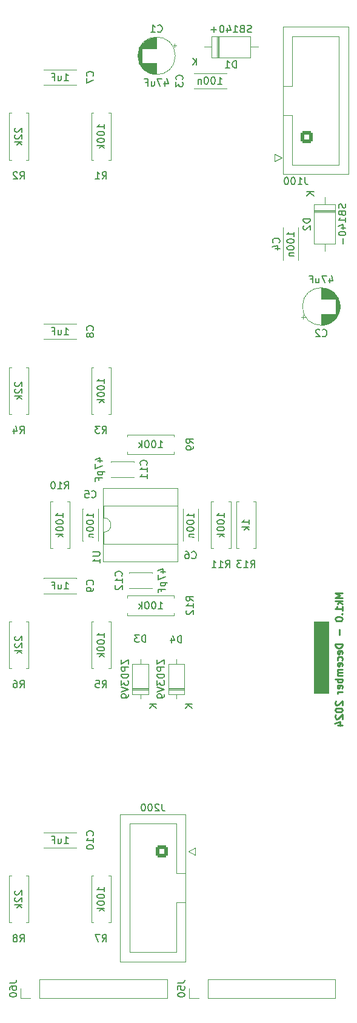
<source format=gbo>
%TF.GenerationSoftware,KiCad,Pcbnew,8.0.5*%
%TF.CreationDate,2024-12-03T21:36:34+01:00*%
%TF.ProjectId,DMH_Mixer_PCB,444d485f-4d69-4786-9572-5f5043422e6b,1*%
%TF.SameCoordinates,Original*%
%TF.FileFunction,Legend,Bot*%
%TF.FilePolarity,Positive*%
%FSLAX46Y46*%
G04 Gerber Fmt 4.6, Leading zero omitted, Abs format (unit mm)*
G04 Created by KiCad (PCBNEW 8.0.5) date 2024-12-03 21:36:34*
%MOMM*%
%LPD*%
G01*
G04 APERTURE LIST*
G04 Aperture macros list*
%AMRoundRect*
0 Rectangle with rounded corners*
0 $1 Rounding radius*
0 $2 $3 $4 $5 $6 $7 $8 $9 X,Y pos of 4 corners*
0 Add a 4 corners polygon primitive as box body*
4,1,4,$2,$3,$4,$5,$6,$7,$8,$9,$2,$3,0*
0 Add four circle primitives for the rounded corners*
1,1,$1+$1,$2,$3*
1,1,$1+$1,$4,$5*
1,1,$1+$1,$6,$7*
1,1,$1+$1,$8,$9*
0 Add four rect primitives between the rounded corners*
20,1,$1+$1,$2,$3,$4,$5,0*
20,1,$1+$1,$4,$5,$6,$7,0*
20,1,$1+$1,$6,$7,$8,$9,0*
20,1,$1+$1,$8,$9,$2,$3,0*%
G04 Aperture macros list end*
%ADD10C,0.100000*%
%ADD11C,0.250000*%
%ADD12C,0.150000*%
%ADD13C,0.120000*%
%ADD14O,2.720000X3.240000*%
%ADD15R,1.800000X1.800000*%
%ADD16C,1.800000*%
%ADD17C,2.500000*%
%ADD18C,2.600000*%
%ADD19R,1.700000X1.700000*%
%ADD20R,1.600000X1.600000*%
%ADD21O,1.600000X1.600000*%
%ADD22RoundRect,0.250000X0.600000X0.600000X-0.600000X0.600000X-0.600000X-0.600000X0.600000X-0.600000X0*%
%ADD23C,1.700000*%
%ADD24R,2.200000X2.200000*%
%ADD25O,2.200000X2.200000*%
%ADD26C,1.600000*%
%ADD27RoundRect,0.250000X-0.600000X-0.600000X0.600000X-0.600000X0.600000X0.600000X-0.600000X0.600000X0*%
%ADD28O,1.700000X1.700000*%
G04 APERTURE END LIST*
D10*
X94000000Y-126250000D02*
X96000000Y-126250000D01*
X96000000Y-136250000D01*
X94000000Y-136250000D01*
X94000000Y-126250000D01*
G36*
X94000000Y-126250000D02*
G01*
X96000000Y-126250000D01*
X96000000Y-136250000D01*
X94000000Y-136250000D01*
X94000000Y-126250000D01*
G37*
D11*
X97949619Y-122261904D02*
X96949619Y-122261904D01*
X96949619Y-122261904D02*
X97663904Y-122595237D01*
X97663904Y-122595237D02*
X96949619Y-122928570D01*
X96949619Y-122928570D02*
X97949619Y-122928570D01*
X97949619Y-123404761D02*
X96949619Y-123404761D01*
X97568666Y-123499999D02*
X97949619Y-123785713D01*
X97282952Y-123785713D02*
X97663904Y-123404761D01*
X97949619Y-124738094D02*
X97949619Y-124166666D01*
X97949619Y-124452380D02*
X96949619Y-124452380D01*
X96949619Y-124452380D02*
X97092476Y-124357142D01*
X97092476Y-124357142D02*
X97187714Y-124261904D01*
X97187714Y-124261904D02*
X97235333Y-124166666D01*
X97854380Y-125166666D02*
X97902000Y-125214285D01*
X97902000Y-125214285D02*
X97949619Y-125166666D01*
X97949619Y-125166666D02*
X97902000Y-125119047D01*
X97902000Y-125119047D02*
X97854380Y-125166666D01*
X97854380Y-125166666D02*
X97949619Y-125166666D01*
X96949619Y-125833332D02*
X96949619Y-125928570D01*
X96949619Y-125928570D02*
X96997238Y-126023808D01*
X96997238Y-126023808D02*
X97044857Y-126071427D01*
X97044857Y-126071427D02*
X97140095Y-126119046D01*
X97140095Y-126119046D02*
X97330571Y-126166665D01*
X97330571Y-126166665D02*
X97568666Y-126166665D01*
X97568666Y-126166665D02*
X97759142Y-126119046D01*
X97759142Y-126119046D02*
X97854380Y-126071427D01*
X97854380Y-126071427D02*
X97902000Y-126023808D01*
X97902000Y-126023808D02*
X97949619Y-125928570D01*
X97949619Y-125928570D02*
X97949619Y-125833332D01*
X97949619Y-125833332D02*
X97902000Y-125738094D01*
X97902000Y-125738094D02*
X97854380Y-125690475D01*
X97854380Y-125690475D02*
X97759142Y-125642856D01*
X97759142Y-125642856D02*
X97568666Y-125595237D01*
X97568666Y-125595237D02*
X97330571Y-125595237D01*
X97330571Y-125595237D02*
X97140095Y-125642856D01*
X97140095Y-125642856D02*
X97044857Y-125690475D01*
X97044857Y-125690475D02*
X96997238Y-125738094D01*
X96997238Y-125738094D02*
X96949619Y-125833332D01*
X97568666Y-127357142D02*
X97568666Y-128119047D01*
X97949619Y-129357142D02*
X96949619Y-129357142D01*
X96949619Y-129357142D02*
X96949619Y-129595237D01*
X96949619Y-129595237D02*
X96997238Y-129738094D01*
X96997238Y-129738094D02*
X97092476Y-129833332D01*
X97092476Y-129833332D02*
X97187714Y-129880951D01*
X97187714Y-129880951D02*
X97378190Y-129928570D01*
X97378190Y-129928570D02*
X97521047Y-129928570D01*
X97521047Y-129928570D02*
X97711523Y-129880951D01*
X97711523Y-129880951D02*
X97806761Y-129833332D01*
X97806761Y-129833332D02*
X97902000Y-129738094D01*
X97902000Y-129738094D02*
X97949619Y-129595237D01*
X97949619Y-129595237D02*
X97949619Y-129357142D01*
X97902000Y-130738094D02*
X97949619Y-130642856D01*
X97949619Y-130642856D02*
X97949619Y-130452380D01*
X97949619Y-130452380D02*
X97902000Y-130357142D01*
X97902000Y-130357142D02*
X97806761Y-130309523D01*
X97806761Y-130309523D02*
X97425809Y-130309523D01*
X97425809Y-130309523D02*
X97330571Y-130357142D01*
X97330571Y-130357142D02*
X97282952Y-130452380D01*
X97282952Y-130452380D02*
X97282952Y-130642856D01*
X97282952Y-130642856D02*
X97330571Y-130738094D01*
X97330571Y-130738094D02*
X97425809Y-130785713D01*
X97425809Y-130785713D02*
X97521047Y-130785713D01*
X97521047Y-130785713D02*
X97616285Y-130309523D01*
X97902000Y-131642856D02*
X97949619Y-131547618D01*
X97949619Y-131547618D02*
X97949619Y-131357142D01*
X97949619Y-131357142D02*
X97902000Y-131261904D01*
X97902000Y-131261904D02*
X97854380Y-131214285D01*
X97854380Y-131214285D02*
X97759142Y-131166666D01*
X97759142Y-131166666D02*
X97473428Y-131166666D01*
X97473428Y-131166666D02*
X97378190Y-131214285D01*
X97378190Y-131214285D02*
X97330571Y-131261904D01*
X97330571Y-131261904D02*
X97282952Y-131357142D01*
X97282952Y-131357142D02*
X97282952Y-131547618D01*
X97282952Y-131547618D02*
X97330571Y-131642856D01*
X97902000Y-132452380D02*
X97949619Y-132357142D01*
X97949619Y-132357142D02*
X97949619Y-132166666D01*
X97949619Y-132166666D02*
X97902000Y-132071428D01*
X97902000Y-132071428D02*
X97806761Y-132023809D01*
X97806761Y-132023809D02*
X97425809Y-132023809D01*
X97425809Y-132023809D02*
X97330571Y-132071428D01*
X97330571Y-132071428D02*
X97282952Y-132166666D01*
X97282952Y-132166666D02*
X97282952Y-132357142D01*
X97282952Y-132357142D02*
X97330571Y-132452380D01*
X97330571Y-132452380D02*
X97425809Y-132499999D01*
X97425809Y-132499999D02*
X97521047Y-132499999D01*
X97521047Y-132499999D02*
X97616285Y-132023809D01*
X97949619Y-132928571D02*
X97282952Y-132928571D01*
X97378190Y-132928571D02*
X97330571Y-132976190D01*
X97330571Y-132976190D02*
X97282952Y-133071428D01*
X97282952Y-133071428D02*
X97282952Y-133214285D01*
X97282952Y-133214285D02*
X97330571Y-133309523D01*
X97330571Y-133309523D02*
X97425809Y-133357142D01*
X97425809Y-133357142D02*
X97949619Y-133357142D01*
X97425809Y-133357142D02*
X97330571Y-133404761D01*
X97330571Y-133404761D02*
X97282952Y-133499999D01*
X97282952Y-133499999D02*
X97282952Y-133642856D01*
X97282952Y-133642856D02*
X97330571Y-133738095D01*
X97330571Y-133738095D02*
X97425809Y-133785714D01*
X97425809Y-133785714D02*
X97949619Y-133785714D01*
X97949619Y-134261904D02*
X96949619Y-134261904D01*
X97330571Y-134261904D02*
X97282952Y-134357142D01*
X97282952Y-134357142D02*
X97282952Y-134547618D01*
X97282952Y-134547618D02*
X97330571Y-134642856D01*
X97330571Y-134642856D02*
X97378190Y-134690475D01*
X97378190Y-134690475D02*
X97473428Y-134738094D01*
X97473428Y-134738094D02*
X97759142Y-134738094D01*
X97759142Y-134738094D02*
X97854380Y-134690475D01*
X97854380Y-134690475D02*
X97902000Y-134642856D01*
X97902000Y-134642856D02*
X97949619Y-134547618D01*
X97949619Y-134547618D02*
X97949619Y-134357142D01*
X97949619Y-134357142D02*
X97902000Y-134261904D01*
X97902000Y-135547618D02*
X97949619Y-135452380D01*
X97949619Y-135452380D02*
X97949619Y-135261904D01*
X97949619Y-135261904D02*
X97902000Y-135166666D01*
X97902000Y-135166666D02*
X97806761Y-135119047D01*
X97806761Y-135119047D02*
X97425809Y-135119047D01*
X97425809Y-135119047D02*
X97330571Y-135166666D01*
X97330571Y-135166666D02*
X97282952Y-135261904D01*
X97282952Y-135261904D02*
X97282952Y-135452380D01*
X97282952Y-135452380D02*
X97330571Y-135547618D01*
X97330571Y-135547618D02*
X97425809Y-135595237D01*
X97425809Y-135595237D02*
X97521047Y-135595237D01*
X97521047Y-135595237D02*
X97616285Y-135119047D01*
X97949619Y-136023809D02*
X97282952Y-136023809D01*
X97473428Y-136023809D02*
X97378190Y-136071428D01*
X97378190Y-136071428D02*
X97330571Y-136119047D01*
X97330571Y-136119047D02*
X97282952Y-136214285D01*
X97282952Y-136214285D02*
X97282952Y-136309523D01*
X97044857Y-137357143D02*
X96997238Y-137404762D01*
X96997238Y-137404762D02*
X96949619Y-137500000D01*
X96949619Y-137500000D02*
X96949619Y-137738095D01*
X96949619Y-137738095D02*
X96997238Y-137833333D01*
X96997238Y-137833333D02*
X97044857Y-137880952D01*
X97044857Y-137880952D02*
X97140095Y-137928571D01*
X97140095Y-137928571D02*
X97235333Y-137928571D01*
X97235333Y-137928571D02*
X97378190Y-137880952D01*
X97378190Y-137880952D02*
X97949619Y-137309524D01*
X97949619Y-137309524D02*
X97949619Y-137928571D01*
X96949619Y-138547619D02*
X96949619Y-138642857D01*
X96949619Y-138642857D02*
X96997238Y-138738095D01*
X96997238Y-138738095D02*
X97044857Y-138785714D01*
X97044857Y-138785714D02*
X97140095Y-138833333D01*
X97140095Y-138833333D02*
X97330571Y-138880952D01*
X97330571Y-138880952D02*
X97568666Y-138880952D01*
X97568666Y-138880952D02*
X97759142Y-138833333D01*
X97759142Y-138833333D02*
X97854380Y-138785714D01*
X97854380Y-138785714D02*
X97902000Y-138738095D01*
X97902000Y-138738095D02*
X97949619Y-138642857D01*
X97949619Y-138642857D02*
X97949619Y-138547619D01*
X97949619Y-138547619D02*
X97902000Y-138452381D01*
X97902000Y-138452381D02*
X97854380Y-138404762D01*
X97854380Y-138404762D02*
X97759142Y-138357143D01*
X97759142Y-138357143D02*
X97568666Y-138309524D01*
X97568666Y-138309524D02*
X97330571Y-138309524D01*
X97330571Y-138309524D02*
X97140095Y-138357143D01*
X97140095Y-138357143D02*
X97044857Y-138404762D01*
X97044857Y-138404762D02*
X96997238Y-138452381D01*
X96997238Y-138452381D02*
X96949619Y-138547619D01*
X97044857Y-139261905D02*
X96997238Y-139309524D01*
X96997238Y-139309524D02*
X96949619Y-139404762D01*
X96949619Y-139404762D02*
X96949619Y-139642857D01*
X96949619Y-139642857D02*
X96997238Y-139738095D01*
X96997238Y-139738095D02*
X97044857Y-139785714D01*
X97044857Y-139785714D02*
X97140095Y-139833333D01*
X97140095Y-139833333D02*
X97235333Y-139833333D01*
X97235333Y-139833333D02*
X97378190Y-139785714D01*
X97378190Y-139785714D02*
X97949619Y-139214286D01*
X97949619Y-139214286D02*
X97949619Y-139833333D01*
X97282952Y-140690476D02*
X97949619Y-140690476D01*
X96902000Y-140452381D02*
X97616285Y-140214286D01*
X97616285Y-140214286D02*
X97616285Y-140833333D01*
D12*
X75488094Y-129204819D02*
X75488094Y-128204819D01*
X75488094Y-128204819D02*
X75249999Y-128204819D01*
X75249999Y-128204819D02*
X75107142Y-128252438D01*
X75107142Y-128252438D02*
X75011904Y-128347676D01*
X75011904Y-128347676D02*
X74964285Y-128442914D01*
X74964285Y-128442914D02*
X74916666Y-128633390D01*
X74916666Y-128633390D02*
X74916666Y-128776247D01*
X74916666Y-128776247D02*
X74964285Y-128966723D01*
X74964285Y-128966723D02*
X75011904Y-129061961D01*
X75011904Y-129061961D02*
X75107142Y-129157200D01*
X75107142Y-129157200D02*
X75249999Y-129204819D01*
X75249999Y-129204819D02*
X75488094Y-129204819D01*
X74059523Y-128538152D02*
X74059523Y-129204819D01*
X74297618Y-128157200D02*
X74535713Y-128871485D01*
X74535713Y-128871485D02*
X73916666Y-128871485D01*
X72084819Y-131535714D02*
X72084819Y-132202380D01*
X72084819Y-132202380D02*
X73084819Y-131535714D01*
X73084819Y-131535714D02*
X73084819Y-132202380D01*
X73084819Y-132583333D02*
X72084819Y-132583333D01*
X72084819Y-132583333D02*
X72084819Y-132964285D01*
X72084819Y-132964285D02*
X72132438Y-133059523D01*
X72132438Y-133059523D02*
X72180057Y-133107142D01*
X72180057Y-133107142D02*
X72275295Y-133154761D01*
X72275295Y-133154761D02*
X72418152Y-133154761D01*
X72418152Y-133154761D02*
X72513390Y-133107142D01*
X72513390Y-133107142D02*
X72561009Y-133059523D01*
X72561009Y-133059523D02*
X72608628Y-132964285D01*
X72608628Y-132964285D02*
X72608628Y-132583333D01*
X73084819Y-133583333D02*
X72084819Y-133583333D01*
X72084819Y-133583333D02*
X72084819Y-133821428D01*
X72084819Y-133821428D02*
X72132438Y-133964285D01*
X72132438Y-133964285D02*
X72227676Y-134059523D01*
X72227676Y-134059523D02*
X72322914Y-134107142D01*
X72322914Y-134107142D02*
X72513390Y-134154761D01*
X72513390Y-134154761D02*
X72656247Y-134154761D01*
X72656247Y-134154761D02*
X72846723Y-134107142D01*
X72846723Y-134107142D02*
X72941961Y-134059523D01*
X72941961Y-134059523D02*
X73037200Y-133964285D01*
X73037200Y-133964285D02*
X73084819Y-133821428D01*
X73084819Y-133821428D02*
X73084819Y-133583333D01*
X72084819Y-134488095D02*
X72084819Y-135107142D01*
X72084819Y-135107142D02*
X72465771Y-134773809D01*
X72465771Y-134773809D02*
X72465771Y-134916666D01*
X72465771Y-134916666D02*
X72513390Y-135011904D01*
X72513390Y-135011904D02*
X72561009Y-135059523D01*
X72561009Y-135059523D02*
X72656247Y-135107142D01*
X72656247Y-135107142D02*
X72894342Y-135107142D01*
X72894342Y-135107142D02*
X72989580Y-135059523D01*
X72989580Y-135059523D02*
X73037200Y-135011904D01*
X73037200Y-135011904D02*
X73084819Y-134916666D01*
X73084819Y-134916666D02*
X73084819Y-134630952D01*
X73084819Y-134630952D02*
X73037200Y-134535714D01*
X73037200Y-134535714D02*
X72989580Y-134488095D01*
X72084819Y-135392857D02*
X73084819Y-135726190D01*
X73084819Y-135726190D02*
X72084819Y-136059523D01*
X73084819Y-136440476D02*
X73084819Y-136630952D01*
X73084819Y-136630952D02*
X73037200Y-136726190D01*
X73037200Y-136726190D02*
X72989580Y-136773809D01*
X72989580Y-136773809D02*
X72846723Y-136869047D01*
X72846723Y-136869047D02*
X72656247Y-136916666D01*
X72656247Y-136916666D02*
X72275295Y-136916666D01*
X72275295Y-136916666D02*
X72180057Y-136869047D01*
X72180057Y-136869047D02*
X72132438Y-136821428D01*
X72132438Y-136821428D02*
X72084819Y-136726190D01*
X72084819Y-136726190D02*
X72084819Y-136535714D01*
X72084819Y-136535714D02*
X72132438Y-136440476D01*
X72132438Y-136440476D02*
X72180057Y-136392857D01*
X72180057Y-136392857D02*
X72275295Y-136345238D01*
X72275295Y-136345238D02*
X72513390Y-136345238D01*
X72513390Y-136345238D02*
X72608628Y-136392857D01*
X72608628Y-136392857D02*
X72656247Y-136440476D01*
X72656247Y-136440476D02*
X72703866Y-136535714D01*
X72703866Y-136535714D02*
X72703866Y-136726190D01*
X72703866Y-136726190D02*
X72656247Y-136821428D01*
X72656247Y-136821428D02*
X72608628Y-136869047D01*
X72608628Y-136869047D02*
X72513390Y-136916666D01*
X77004819Y-137798095D02*
X76004819Y-137798095D01*
X77004819Y-138369523D02*
X76433390Y-137940952D01*
X76004819Y-138369523D02*
X76576247Y-137798095D01*
X72768214Y-151694819D02*
X72768214Y-152409104D01*
X72768214Y-152409104D02*
X72815833Y-152551961D01*
X72815833Y-152551961D02*
X72911071Y-152647200D01*
X72911071Y-152647200D02*
X73053928Y-152694819D01*
X73053928Y-152694819D02*
X73149166Y-152694819D01*
X72339642Y-151790057D02*
X72292023Y-151742438D01*
X72292023Y-151742438D02*
X72196785Y-151694819D01*
X72196785Y-151694819D02*
X71958690Y-151694819D01*
X71958690Y-151694819D02*
X71863452Y-151742438D01*
X71863452Y-151742438D02*
X71815833Y-151790057D01*
X71815833Y-151790057D02*
X71768214Y-151885295D01*
X71768214Y-151885295D02*
X71768214Y-151980533D01*
X71768214Y-151980533D02*
X71815833Y-152123390D01*
X71815833Y-152123390D02*
X72387261Y-152694819D01*
X72387261Y-152694819D02*
X71768214Y-152694819D01*
X71149166Y-151694819D02*
X71053928Y-151694819D01*
X71053928Y-151694819D02*
X70958690Y-151742438D01*
X70958690Y-151742438D02*
X70911071Y-151790057D01*
X70911071Y-151790057D02*
X70863452Y-151885295D01*
X70863452Y-151885295D02*
X70815833Y-152075771D01*
X70815833Y-152075771D02*
X70815833Y-152313866D01*
X70815833Y-152313866D02*
X70863452Y-152504342D01*
X70863452Y-152504342D02*
X70911071Y-152599580D01*
X70911071Y-152599580D02*
X70958690Y-152647200D01*
X70958690Y-152647200D02*
X71053928Y-152694819D01*
X71053928Y-152694819D02*
X71149166Y-152694819D01*
X71149166Y-152694819D02*
X71244404Y-152647200D01*
X71244404Y-152647200D02*
X71292023Y-152599580D01*
X71292023Y-152599580D02*
X71339642Y-152504342D01*
X71339642Y-152504342D02*
X71387261Y-152313866D01*
X71387261Y-152313866D02*
X71387261Y-152075771D01*
X71387261Y-152075771D02*
X71339642Y-151885295D01*
X71339642Y-151885295D02*
X71292023Y-151790057D01*
X71292023Y-151790057D02*
X71244404Y-151742438D01*
X71244404Y-151742438D02*
X71149166Y-151694819D01*
X70196785Y-151694819D02*
X70101547Y-151694819D01*
X70101547Y-151694819D02*
X70006309Y-151742438D01*
X70006309Y-151742438D02*
X69958690Y-151790057D01*
X69958690Y-151790057D02*
X69911071Y-151885295D01*
X69911071Y-151885295D02*
X69863452Y-152075771D01*
X69863452Y-152075771D02*
X69863452Y-152313866D01*
X69863452Y-152313866D02*
X69911071Y-152504342D01*
X69911071Y-152504342D02*
X69958690Y-152599580D01*
X69958690Y-152599580D02*
X70006309Y-152647200D01*
X70006309Y-152647200D02*
X70101547Y-152694819D01*
X70101547Y-152694819D02*
X70196785Y-152694819D01*
X70196785Y-152694819D02*
X70292023Y-152647200D01*
X70292023Y-152647200D02*
X70339642Y-152599580D01*
X70339642Y-152599580D02*
X70387261Y-152504342D01*
X70387261Y-152504342D02*
X70434880Y-152313866D01*
X70434880Y-152313866D02*
X70434880Y-152075771D01*
X70434880Y-152075771D02*
X70387261Y-151885295D01*
X70387261Y-151885295D02*
X70339642Y-151790057D01*
X70339642Y-151790057D02*
X70292023Y-151742438D01*
X70292023Y-151742438D02*
X70196785Y-151694819D01*
X83158094Y-48924819D02*
X83158094Y-47924819D01*
X83158094Y-47924819D02*
X82919999Y-47924819D01*
X82919999Y-47924819D02*
X82777142Y-47972438D01*
X82777142Y-47972438D02*
X82681904Y-48067676D01*
X82681904Y-48067676D02*
X82634285Y-48162914D01*
X82634285Y-48162914D02*
X82586666Y-48353390D01*
X82586666Y-48353390D02*
X82586666Y-48496247D01*
X82586666Y-48496247D02*
X82634285Y-48686723D01*
X82634285Y-48686723D02*
X82681904Y-48781961D01*
X82681904Y-48781961D02*
X82777142Y-48877200D01*
X82777142Y-48877200D02*
X82919999Y-48924819D01*
X82919999Y-48924819D02*
X83158094Y-48924819D01*
X81634285Y-48924819D02*
X82205713Y-48924819D01*
X81919999Y-48924819D02*
X81919999Y-47924819D01*
X81919999Y-47924819D02*
X82015237Y-48067676D01*
X82015237Y-48067676D02*
X82110475Y-48162914D01*
X82110475Y-48162914D02*
X82205713Y-48210533D01*
X85253332Y-43937200D02*
X85110475Y-43984819D01*
X85110475Y-43984819D02*
X84872380Y-43984819D01*
X84872380Y-43984819D02*
X84777142Y-43937200D01*
X84777142Y-43937200D02*
X84729523Y-43889580D01*
X84729523Y-43889580D02*
X84681904Y-43794342D01*
X84681904Y-43794342D02*
X84681904Y-43699104D01*
X84681904Y-43699104D02*
X84729523Y-43603866D01*
X84729523Y-43603866D02*
X84777142Y-43556247D01*
X84777142Y-43556247D02*
X84872380Y-43508628D01*
X84872380Y-43508628D02*
X85062856Y-43461009D01*
X85062856Y-43461009D02*
X85158094Y-43413390D01*
X85158094Y-43413390D02*
X85205713Y-43365771D01*
X85205713Y-43365771D02*
X85253332Y-43270533D01*
X85253332Y-43270533D02*
X85253332Y-43175295D01*
X85253332Y-43175295D02*
X85205713Y-43080057D01*
X85205713Y-43080057D02*
X85158094Y-43032438D01*
X85158094Y-43032438D02*
X85062856Y-42984819D01*
X85062856Y-42984819D02*
X84824761Y-42984819D01*
X84824761Y-42984819D02*
X84681904Y-43032438D01*
X83919999Y-43461009D02*
X83777142Y-43508628D01*
X83777142Y-43508628D02*
X83729523Y-43556247D01*
X83729523Y-43556247D02*
X83681904Y-43651485D01*
X83681904Y-43651485D02*
X83681904Y-43794342D01*
X83681904Y-43794342D02*
X83729523Y-43889580D01*
X83729523Y-43889580D02*
X83777142Y-43937200D01*
X83777142Y-43937200D02*
X83872380Y-43984819D01*
X83872380Y-43984819D02*
X84253332Y-43984819D01*
X84253332Y-43984819D02*
X84253332Y-42984819D01*
X84253332Y-42984819D02*
X83919999Y-42984819D01*
X83919999Y-42984819D02*
X83824761Y-43032438D01*
X83824761Y-43032438D02*
X83777142Y-43080057D01*
X83777142Y-43080057D02*
X83729523Y-43175295D01*
X83729523Y-43175295D02*
X83729523Y-43270533D01*
X83729523Y-43270533D02*
X83777142Y-43365771D01*
X83777142Y-43365771D02*
X83824761Y-43413390D01*
X83824761Y-43413390D02*
X83919999Y-43461009D01*
X83919999Y-43461009D02*
X84253332Y-43461009D01*
X82729523Y-43984819D02*
X83300951Y-43984819D01*
X83015237Y-43984819D02*
X83015237Y-42984819D01*
X83015237Y-42984819D02*
X83110475Y-43127676D01*
X83110475Y-43127676D02*
X83205713Y-43222914D01*
X83205713Y-43222914D02*
X83300951Y-43270533D01*
X81872380Y-43318152D02*
X81872380Y-43984819D01*
X82110475Y-42937200D02*
X82348570Y-43651485D01*
X82348570Y-43651485D02*
X81729523Y-43651485D01*
X81158094Y-42984819D02*
X81062856Y-42984819D01*
X81062856Y-42984819D02*
X80967618Y-43032438D01*
X80967618Y-43032438D02*
X80919999Y-43080057D01*
X80919999Y-43080057D02*
X80872380Y-43175295D01*
X80872380Y-43175295D02*
X80824761Y-43365771D01*
X80824761Y-43365771D02*
X80824761Y-43603866D01*
X80824761Y-43603866D02*
X80872380Y-43794342D01*
X80872380Y-43794342D02*
X80919999Y-43889580D01*
X80919999Y-43889580D02*
X80967618Y-43937200D01*
X80967618Y-43937200D02*
X81062856Y-43984819D01*
X81062856Y-43984819D02*
X81158094Y-43984819D01*
X81158094Y-43984819D02*
X81253332Y-43937200D01*
X81253332Y-43937200D02*
X81300951Y-43889580D01*
X81300951Y-43889580D02*
X81348570Y-43794342D01*
X81348570Y-43794342D02*
X81396189Y-43603866D01*
X81396189Y-43603866D02*
X81396189Y-43365771D01*
X81396189Y-43365771D02*
X81348570Y-43175295D01*
X81348570Y-43175295D02*
X81300951Y-43080057D01*
X81300951Y-43080057D02*
X81253332Y-43032438D01*
X81253332Y-43032438D02*
X81158094Y-42984819D01*
X80396189Y-43603866D02*
X79634285Y-43603866D01*
X80015237Y-43984819D02*
X80015237Y-43222914D01*
X77601904Y-48554819D02*
X77601904Y-47554819D01*
X77030476Y-48554819D02*
X77459047Y-47983390D01*
X77030476Y-47554819D02*
X77601904Y-48126247D01*
X64416666Y-170954819D02*
X64749999Y-170478628D01*
X64988094Y-170954819D02*
X64988094Y-169954819D01*
X64988094Y-169954819D02*
X64607142Y-169954819D01*
X64607142Y-169954819D02*
X64511904Y-170002438D01*
X64511904Y-170002438D02*
X64464285Y-170050057D01*
X64464285Y-170050057D02*
X64416666Y-170145295D01*
X64416666Y-170145295D02*
X64416666Y-170288152D01*
X64416666Y-170288152D02*
X64464285Y-170383390D01*
X64464285Y-170383390D02*
X64511904Y-170431009D01*
X64511904Y-170431009D02*
X64607142Y-170478628D01*
X64607142Y-170478628D02*
X64988094Y-170478628D01*
X64083332Y-169954819D02*
X63416666Y-169954819D01*
X63416666Y-169954819D02*
X63845237Y-170954819D01*
X64704819Y-163928571D02*
X64704819Y-163357143D01*
X64704819Y-163642857D02*
X63704819Y-163642857D01*
X63704819Y-163642857D02*
X63847676Y-163547619D01*
X63847676Y-163547619D02*
X63942914Y-163452381D01*
X63942914Y-163452381D02*
X63990533Y-163357143D01*
X63704819Y-164547619D02*
X63704819Y-164642857D01*
X63704819Y-164642857D02*
X63752438Y-164738095D01*
X63752438Y-164738095D02*
X63800057Y-164785714D01*
X63800057Y-164785714D02*
X63895295Y-164833333D01*
X63895295Y-164833333D02*
X64085771Y-164880952D01*
X64085771Y-164880952D02*
X64323866Y-164880952D01*
X64323866Y-164880952D02*
X64514342Y-164833333D01*
X64514342Y-164833333D02*
X64609580Y-164785714D01*
X64609580Y-164785714D02*
X64657200Y-164738095D01*
X64657200Y-164738095D02*
X64704819Y-164642857D01*
X64704819Y-164642857D02*
X64704819Y-164547619D01*
X64704819Y-164547619D02*
X64657200Y-164452381D01*
X64657200Y-164452381D02*
X64609580Y-164404762D01*
X64609580Y-164404762D02*
X64514342Y-164357143D01*
X64514342Y-164357143D02*
X64323866Y-164309524D01*
X64323866Y-164309524D02*
X64085771Y-164309524D01*
X64085771Y-164309524D02*
X63895295Y-164357143D01*
X63895295Y-164357143D02*
X63800057Y-164404762D01*
X63800057Y-164404762D02*
X63752438Y-164452381D01*
X63752438Y-164452381D02*
X63704819Y-164547619D01*
X63704819Y-165500000D02*
X63704819Y-165595238D01*
X63704819Y-165595238D02*
X63752438Y-165690476D01*
X63752438Y-165690476D02*
X63800057Y-165738095D01*
X63800057Y-165738095D02*
X63895295Y-165785714D01*
X63895295Y-165785714D02*
X64085771Y-165833333D01*
X64085771Y-165833333D02*
X64323866Y-165833333D01*
X64323866Y-165833333D02*
X64514342Y-165785714D01*
X64514342Y-165785714D02*
X64609580Y-165738095D01*
X64609580Y-165738095D02*
X64657200Y-165690476D01*
X64657200Y-165690476D02*
X64704819Y-165595238D01*
X64704819Y-165595238D02*
X64704819Y-165500000D01*
X64704819Y-165500000D02*
X64657200Y-165404762D01*
X64657200Y-165404762D02*
X64609580Y-165357143D01*
X64609580Y-165357143D02*
X64514342Y-165309524D01*
X64514342Y-165309524D02*
X64323866Y-165261905D01*
X64323866Y-165261905D02*
X64085771Y-165261905D01*
X64085771Y-165261905D02*
X63895295Y-165309524D01*
X63895295Y-165309524D02*
X63800057Y-165357143D01*
X63800057Y-165357143D02*
X63752438Y-165404762D01*
X63752438Y-165404762D02*
X63704819Y-165500000D01*
X64704819Y-166261905D02*
X63704819Y-166261905D01*
X64323866Y-166357143D02*
X64704819Y-166642857D01*
X64038152Y-166642857D02*
X64419104Y-166261905D01*
X67109580Y-119857142D02*
X67157200Y-119809523D01*
X67157200Y-119809523D02*
X67204819Y-119666666D01*
X67204819Y-119666666D02*
X67204819Y-119571428D01*
X67204819Y-119571428D02*
X67157200Y-119428571D01*
X67157200Y-119428571D02*
X67061961Y-119333333D01*
X67061961Y-119333333D02*
X66966723Y-119285714D01*
X66966723Y-119285714D02*
X66776247Y-119238095D01*
X66776247Y-119238095D02*
X66633390Y-119238095D01*
X66633390Y-119238095D02*
X66442914Y-119285714D01*
X66442914Y-119285714D02*
X66347676Y-119333333D01*
X66347676Y-119333333D02*
X66252438Y-119428571D01*
X66252438Y-119428571D02*
X66204819Y-119571428D01*
X66204819Y-119571428D02*
X66204819Y-119666666D01*
X66204819Y-119666666D02*
X66252438Y-119809523D01*
X66252438Y-119809523D02*
X66300057Y-119857142D01*
X67204819Y-120809523D02*
X67204819Y-120238095D01*
X67204819Y-120523809D02*
X66204819Y-120523809D01*
X66204819Y-120523809D02*
X66347676Y-120428571D01*
X66347676Y-120428571D02*
X66442914Y-120333333D01*
X66442914Y-120333333D02*
X66490533Y-120238095D01*
X66300057Y-121190476D02*
X66252438Y-121238095D01*
X66252438Y-121238095D02*
X66204819Y-121333333D01*
X66204819Y-121333333D02*
X66204819Y-121571428D01*
X66204819Y-121571428D02*
X66252438Y-121666666D01*
X66252438Y-121666666D02*
X66300057Y-121714285D01*
X66300057Y-121714285D02*
X66395295Y-121761904D01*
X66395295Y-121761904D02*
X66490533Y-121761904D01*
X66490533Y-121761904D02*
X66633390Y-121714285D01*
X66633390Y-121714285D02*
X67204819Y-121142857D01*
X67204819Y-121142857D02*
X67204819Y-121761904D01*
X72538152Y-119333333D02*
X73204819Y-119333333D01*
X72157200Y-119095238D02*
X72871485Y-118857143D01*
X72871485Y-118857143D02*
X72871485Y-119476190D01*
X72204819Y-119761905D02*
X72204819Y-120428571D01*
X72204819Y-120428571D02*
X73204819Y-120000000D01*
X72538152Y-120809524D02*
X73538152Y-120809524D01*
X72585771Y-120809524D02*
X72538152Y-120904762D01*
X72538152Y-120904762D02*
X72538152Y-121095238D01*
X72538152Y-121095238D02*
X72585771Y-121190476D01*
X72585771Y-121190476D02*
X72633390Y-121238095D01*
X72633390Y-121238095D02*
X72728628Y-121285714D01*
X72728628Y-121285714D02*
X73014342Y-121285714D01*
X73014342Y-121285714D02*
X73109580Y-121238095D01*
X73109580Y-121238095D02*
X73157200Y-121190476D01*
X73157200Y-121190476D02*
X73204819Y-121095238D01*
X73204819Y-121095238D02*
X73204819Y-120904762D01*
X73204819Y-120904762D02*
X73157200Y-120809524D01*
X72681009Y-122047619D02*
X72681009Y-121714286D01*
X73204819Y-121714286D02*
X72204819Y-121714286D01*
X72204819Y-121714286D02*
X72204819Y-122190476D01*
X92745714Y-64204819D02*
X92745714Y-64919104D01*
X92745714Y-64919104D02*
X92793333Y-65061961D01*
X92793333Y-65061961D02*
X92888571Y-65157200D01*
X92888571Y-65157200D02*
X93031428Y-65204819D01*
X93031428Y-65204819D02*
X93126666Y-65204819D01*
X91745714Y-65204819D02*
X92317142Y-65204819D01*
X92031428Y-65204819D02*
X92031428Y-64204819D01*
X92031428Y-64204819D02*
X92126666Y-64347676D01*
X92126666Y-64347676D02*
X92221904Y-64442914D01*
X92221904Y-64442914D02*
X92317142Y-64490533D01*
X91126666Y-64204819D02*
X91031428Y-64204819D01*
X91031428Y-64204819D02*
X90936190Y-64252438D01*
X90936190Y-64252438D02*
X90888571Y-64300057D01*
X90888571Y-64300057D02*
X90840952Y-64395295D01*
X90840952Y-64395295D02*
X90793333Y-64585771D01*
X90793333Y-64585771D02*
X90793333Y-64823866D01*
X90793333Y-64823866D02*
X90840952Y-65014342D01*
X90840952Y-65014342D02*
X90888571Y-65109580D01*
X90888571Y-65109580D02*
X90936190Y-65157200D01*
X90936190Y-65157200D02*
X91031428Y-65204819D01*
X91031428Y-65204819D02*
X91126666Y-65204819D01*
X91126666Y-65204819D02*
X91221904Y-65157200D01*
X91221904Y-65157200D02*
X91269523Y-65109580D01*
X91269523Y-65109580D02*
X91317142Y-65014342D01*
X91317142Y-65014342D02*
X91364761Y-64823866D01*
X91364761Y-64823866D02*
X91364761Y-64585771D01*
X91364761Y-64585771D02*
X91317142Y-64395295D01*
X91317142Y-64395295D02*
X91269523Y-64300057D01*
X91269523Y-64300057D02*
X91221904Y-64252438D01*
X91221904Y-64252438D02*
X91126666Y-64204819D01*
X90174285Y-64204819D02*
X90079047Y-64204819D01*
X90079047Y-64204819D02*
X89983809Y-64252438D01*
X89983809Y-64252438D02*
X89936190Y-64300057D01*
X89936190Y-64300057D02*
X89888571Y-64395295D01*
X89888571Y-64395295D02*
X89840952Y-64585771D01*
X89840952Y-64585771D02*
X89840952Y-64823866D01*
X89840952Y-64823866D02*
X89888571Y-65014342D01*
X89888571Y-65014342D02*
X89936190Y-65109580D01*
X89936190Y-65109580D02*
X89983809Y-65157200D01*
X89983809Y-65157200D02*
X90079047Y-65204819D01*
X90079047Y-65204819D02*
X90174285Y-65204819D01*
X90174285Y-65204819D02*
X90269523Y-65157200D01*
X90269523Y-65157200D02*
X90317142Y-65109580D01*
X90317142Y-65109580D02*
X90364761Y-65014342D01*
X90364761Y-65014342D02*
X90412380Y-64823866D01*
X90412380Y-64823866D02*
X90412380Y-64585771D01*
X90412380Y-64585771D02*
X90364761Y-64395295D01*
X90364761Y-64395295D02*
X90317142Y-64300057D01*
X90317142Y-64300057D02*
X90269523Y-64252438D01*
X90269523Y-64252438D02*
X90174285Y-64204819D01*
X93484819Y-70011905D02*
X92484819Y-70011905D01*
X92484819Y-70011905D02*
X92484819Y-70250000D01*
X92484819Y-70250000D02*
X92532438Y-70392857D01*
X92532438Y-70392857D02*
X92627676Y-70488095D01*
X92627676Y-70488095D02*
X92722914Y-70535714D01*
X92722914Y-70535714D02*
X92913390Y-70583333D01*
X92913390Y-70583333D02*
X93056247Y-70583333D01*
X93056247Y-70583333D02*
X93246723Y-70535714D01*
X93246723Y-70535714D02*
X93341961Y-70488095D01*
X93341961Y-70488095D02*
X93437200Y-70392857D01*
X93437200Y-70392857D02*
X93484819Y-70250000D01*
X93484819Y-70250000D02*
X93484819Y-70011905D01*
X92580057Y-70964286D02*
X92532438Y-71011905D01*
X92532438Y-71011905D02*
X92484819Y-71107143D01*
X92484819Y-71107143D02*
X92484819Y-71345238D01*
X92484819Y-71345238D02*
X92532438Y-71440476D01*
X92532438Y-71440476D02*
X92580057Y-71488095D01*
X92580057Y-71488095D02*
X92675295Y-71535714D01*
X92675295Y-71535714D02*
X92770533Y-71535714D01*
X92770533Y-71535714D02*
X92913390Y-71488095D01*
X92913390Y-71488095D02*
X93484819Y-70916667D01*
X93484819Y-70916667D02*
X93484819Y-71535714D01*
X98377200Y-67916667D02*
X98424819Y-68059524D01*
X98424819Y-68059524D02*
X98424819Y-68297619D01*
X98424819Y-68297619D02*
X98377200Y-68392857D01*
X98377200Y-68392857D02*
X98329580Y-68440476D01*
X98329580Y-68440476D02*
X98234342Y-68488095D01*
X98234342Y-68488095D02*
X98139104Y-68488095D01*
X98139104Y-68488095D02*
X98043866Y-68440476D01*
X98043866Y-68440476D02*
X97996247Y-68392857D01*
X97996247Y-68392857D02*
X97948628Y-68297619D01*
X97948628Y-68297619D02*
X97901009Y-68107143D01*
X97901009Y-68107143D02*
X97853390Y-68011905D01*
X97853390Y-68011905D02*
X97805771Y-67964286D01*
X97805771Y-67964286D02*
X97710533Y-67916667D01*
X97710533Y-67916667D02*
X97615295Y-67916667D01*
X97615295Y-67916667D02*
X97520057Y-67964286D01*
X97520057Y-67964286D02*
X97472438Y-68011905D01*
X97472438Y-68011905D02*
X97424819Y-68107143D01*
X97424819Y-68107143D02*
X97424819Y-68345238D01*
X97424819Y-68345238D02*
X97472438Y-68488095D01*
X97901009Y-69250000D02*
X97948628Y-69392857D01*
X97948628Y-69392857D02*
X97996247Y-69440476D01*
X97996247Y-69440476D02*
X98091485Y-69488095D01*
X98091485Y-69488095D02*
X98234342Y-69488095D01*
X98234342Y-69488095D02*
X98329580Y-69440476D01*
X98329580Y-69440476D02*
X98377200Y-69392857D01*
X98377200Y-69392857D02*
X98424819Y-69297619D01*
X98424819Y-69297619D02*
X98424819Y-68916667D01*
X98424819Y-68916667D02*
X97424819Y-68916667D01*
X97424819Y-68916667D02*
X97424819Y-69250000D01*
X97424819Y-69250000D02*
X97472438Y-69345238D01*
X97472438Y-69345238D02*
X97520057Y-69392857D01*
X97520057Y-69392857D02*
X97615295Y-69440476D01*
X97615295Y-69440476D02*
X97710533Y-69440476D01*
X97710533Y-69440476D02*
X97805771Y-69392857D01*
X97805771Y-69392857D02*
X97853390Y-69345238D01*
X97853390Y-69345238D02*
X97901009Y-69250000D01*
X97901009Y-69250000D02*
X97901009Y-68916667D01*
X98424819Y-70440476D02*
X98424819Y-69869048D01*
X98424819Y-70154762D02*
X97424819Y-70154762D01*
X97424819Y-70154762D02*
X97567676Y-70059524D01*
X97567676Y-70059524D02*
X97662914Y-69964286D01*
X97662914Y-69964286D02*
X97710533Y-69869048D01*
X97758152Y-71297619D02*
X98424819Y-71297619D01*
X97377200Y-71059524D02*
X98091485Y-70821429D01*
X98091485Y-70821429D02*
X98091485Y-71440476D01*
X97424819Y-72011905D02*
X97424819Y-72107143D01*
X97424819Y-72107143D02*
X97472438Y-72202381D01*
X97472438Y-72202381D02*
X97520057Y-72250000D01*
X97520057Y-72250000D02*
X97615295Y-72297619D01*
X97615295Y-72297619D02*
X97805771Y-72345238D01*
X97805771Y-72345238D02*
X98043866Y-72345238D01*
X98043866Y-72345238D02*
X98234342Y-72297619D01*
X98234342Y-72297619D02*
X98329580Y-72250000D01*
X98329580Y-72250000D02*
X98377200Y-72202381D01*
X98377200Y-72202381D02*
X98424819Y-72107143D01*
X98424819Y-72107143D02*
X98424819Y-72011905D01*
X98424819Y-72011905D02*
X98377200Y-71916667D01*
X98377200Y-71916667D02*
X98329580Y-71869048D01*
X98329580Y-71869048D02*
X98234342Y-71821429D01*
X98234342Y-71821429D02*
X98043866Y-71773810D01*
X98043866Y-71773810D02*
X97805771Y-71773810D01*
X97805771Y-71773810D02*
X97615295Y-71821429D01*
X97615295Y-71821429D02*
X97520057Y-71869048D01*
X97520057Y-71869048D02*
X97472438Y-71916667D01*
X97472438Y-71916667D02*
X97424819Y-72011905D01*
X98043866Y-72773810D02*
X98043866Y-73535715D01*
X93954819Y-66238095D02*
X92954819Y-66238095D01*
X93954819Y-66809523D02*
X93383390Y-66380952D01*
X92954819Y-66809523D02*
X93526247Y-66238095D01*
X74954819Y-176690476D02*
X75669104Y-176690476D01*
X75669104Y-176690476D02*
X75811961Y-176642857D01*
X75811961Y-176642857D02*
X75907200Y-176547619D01*
X75907200Y-176547619D02*
X75954819Y-176404762D01*
X75954819Y-176404762D02*
X75954819Y-176309524D01*
X74954819Y-177642857D02*
X74954819Y-177166667D01*
X74954819Y-177166667D02*
X75431009Y-177119048D01*
X75431009Y-177119048D02*
X75383390Y-177166667D01*
X75383390Y-177166667D02*
X75335771Y-177261905D01*
X75335771Y-177261905D02*
X75335771Y-177500000D01*
X75335771Y-177500000D02*
X75383390Y-177595238D01*
X75383390Y-177595238D02*
X75431009Y-177642857D01*
X75431009Y-177642857D02*
X75526247Y-177690476D01*
X75526247Y-177690476D02*
X75764342Y-177690476D01*
X75764342Y-177690476D02*
X75859580Y-177642857D01*
X75859580Y-177642857D02*
X75907200Y-177595238D01*
X75907200Y-177595238D02*
X75954819Y-177500000D01*
X75954819Y-177500000D02*
X75954819Y-177261905D01*
X75954819Y-177261905D02*
X75907200Y-177166667D01*
X75907200Y-177166667D02*
X75859580Y-177119048D01*
X74954819Y-178309524D02*
X74954819Y-178404762D01*
X74954819Y-178404762D02*
X75002438Y-178500000D01*
X75002438Y-178500000D02*
X75050057Y-178547619D01*
X75050057Y-178547619D02*
X75145295Y-178595238D01*
X75145295Y-178595238D02*
X75335771Y-178642857D01*
X75335771Y-178642857D02*
X75573866Y-178642857D01*
X75573866Y-178642857D02*
X75764342Y-178595238D01*
X75764342Y-178595238D02*
X75859580Y-178547619D01*
X75859580Y-178547619D02*
X75907200Y-178500000D01*
X75907200Y-178500000D02*
X75954819Y-178404762D01*
X75954819Y-178404762D02*
X75954819Y-178309524D01*
X75954819Y-178309524D02*
X75907200Y-178214286D01*
X75907200Y-178214286D02*
X75859580Y-178166667D01*
X75859580Y-178166667D02*
X75764342Y-178119048D01*
X75764342Y-178119048D02*
X75573866Y-178071429D01*
X75573866Y-178071429D02*
X75335771Y-178071429D01*
X75335771Y-178071429D02*
X75145295Y-178119048D01*
X75145295Y-178119048D02*
X75050057Y-178166667D01*
X75050057Y-178166667D02*
X75002438Y-178214286D01*
X75002438Y-178214286D02*
X74954819Y-178309524D01*
X52916666Y-170954819D02*
X53249999Y-170478628D01*
X53488094Y-170954819D02*
X53488094Y-169954819D01*
X53488094Y-169954819D02*
X53107142Y-169954819D01*
X53107142Y-169954819D02*
X53011904Y-170002438D01*
X53011904Y-170002438D02*
X52964285Y-170050057D01*
X52964285Y-170050057D02*
X52916666Y-170145295D01*
X52916666Y-170145295D02*
X52916666Y-170288152D01*
X52916666Y-170288152D02*
X52964285Y-170383390D01*
X52964285Y-170383390D02*
X53011904Y-170431009D01*
X53011904Y-170431009D02*
X53107142Y-170478628D01*
X53107142Y-170478628D02*
X53488094Y-170478628D01*
X52345237Y-170383390D02*
X52440475Y-170335771D01*
X52440475Y-170335771D02*
X52488094Y-170288152D01*
X52488094Y-170288152D02*
X52535713Y-170192914D01*
X52535713Y-170192914D02*
X52535713Y-170145295D01*
X52535713Y-170145295D02*
X52488094Y-170050057D01*
X52488094Y-170050057D02*
X52440475Y-170002438D01*
X52440475Y-170002438D02*
X52345237Y-169954819D01*
X52345237Y-169954819D02*
X52154761Y-169954819D01*
X52154761Y-169954819D02*
X52059523Y-170002438D01*
X52059523Y-170002438D02*
X52011904Y-170050057D01*
X52011904Y-170050057D02*
X51964285Y-170145295D01*
X51964285Y-170145295D02*
X51964285Y-170192914D01*
X51964285Y-170192914D02*
X52011904Y-170288152D01*
X52011904Y-170288152D02*
X52059523Y-170335771D01*
X52059523Y-170335771D02*
X52154761Y-170383390D01*
X52154761Y-170383390D02*
X52345237Y-170383390D01*
X52345237Y-170383390D02*
X52440475Y-170431009D01*
X52440475Y-170431009D02*
X52488094Y-170478628D01*
X52488094Y-170478628D02*
X52535713Y-170573866D01*
X52535713Y-170573866D02*
X52535713Y-170764342D01*
X52535713Y-170764342D02*
X52488094Y-170859580D01*
X52488094Y-170859580D02*
X52440475Y-170907200D01*
X52440475Y-170907200D02*
X52345237Y-170954819D01*
X52345237Y-170954819D02*
X52154761Y-170954819D01*
X52154761Y-170954819D02*
X52059523Y-170907200D01*
X52059523Y-170907200D02*
X52011904Y-170859580D01*
X52011904Y-170859580D02*
X51964285Y-170764342D01*
X51964285Y-170764342D02*
X51964285Y-170573866D01*
X51964285Y-170573866D02*
X52011904Y-170478628D01*
X52011904Y-170478628D02*
X52059523Y-170431009D01*
X52059523Y-170431009D02*
X52154761Y-170383390D01*
X52300057Y-163833333D02*
X52252438Y-163880952D01*
X52252438Y-163880952D02*
X52204819Y-163976190D01*
X52204819Y-163976190D02*
X52204819Y-164214285D01*
X52204819Y-164214285D02*
X52252438Y-164309523D01*
X52252438Y-164309523D02*
X52300057Y-164357142D01*
X52300057Y-164357142D02*
X52395295Y-164404761D01*
X52395295Y-164404761D02*
X52490533Y-164404761D01*
X52490533Y-164404761D02*
X52633390Y-164357142D01*
X52633390Y-164357142D02*
X53204819Y-163785714D01*
X53204819Y-163785714D02*
X53204819Y-164404761D01*
X52300057Y-164785714D02*
X52252438Y-164833333D01*
X52252438Y-164833333D02*
X52204819Y-164928571D01*
X52204819Y-164928571D02*
X52204819Y-165166666D01*
X52204819Y-165166666D02*
X52252438Y-165261904D01*
X52252438Y-165261904D02*
X52300057Y-165309523D01*
X52300057Y-165309523D02*
X52395295Y-165357142D01*
X52395295Y-165357142D02*
X52490533Y-165357142D01*
X52490533Y-165357142D02*
X52633390Y-165309523D01*
X52633390Y-165309523D02*
X53204819Y-164738095D01*
X53204819Y-164738095D02*
X53204819Y-165357142D01*
X53204819Y-165785714D02*
X52204819Y-165785714D01*
X52823866Y-165880952D02*
X53204819Y-166166666D01*
X52538152Y-166166666D02*
X52919104Y-165785714D01*
X77144819Y-101333333D02*
X76668628Y-101000000D01*
X77144819Y-100761905D02*
X76144819Y-100761905D01*
X76144819Y-100761905D02*
X76144819Y-101142857D01*
X76144819Y-101142857D02*
X76192438Y-101238095D01*
X76192438Y-101238095D02*
X76240057Y-101285714D01*
X76240057Y-101285714D02*
X76335295Y-101333333D01*
X76335295Y-101333333D02*
X76478152Y-101333333D01*
X76478152Y-101333333D02*
X76573390Y-101285714D01*
X76573390Y-101285714D02*
X76621009Y-101238095D01*
X76621009Y-101238095D02*
X76668628Y-101142857D01*
X76668628Y-101142857D02*
X76668628Y-100761905D01*
X77144819Y-101809524D02*
X77144819Y-102000000D01*
X77144819Y-102000000D02*
X77097200Y-102095238D01*
X77097200Y-102095238D02*
X77049580Y-102142857D01*
X77049580Y-102142857D02*
X76906723Y-102238095D01*
X76906723Y-102238095D02*
X76716247Y-102285714D01*
X76716247Y-102285714D02*
X76335295Y-102285714D01*
X76335295Y-102285714D02*
X76240057Y-102238095D01*
X76240057Y-102238095D02*
X76192438Y-102190476D01*
X76192438Y-102190476D02*
X76144819Y-102095238D01*
X76144819Y-102095238D02*
X76144819Y-101904762D01*
X76144819Y-101904762D02*
X76192438Y-101809524D01*
X76192438Y-101809524D02*
X76240057Y-101761905D01*
X76240057Y-101761905D02*
X76335295Y-101714286D01*
X76335295Y-101714286D02*
X76573390Y-101714286D01*
X76573390Y-101714286D02*
X76668628Y-101761905D01*
X76668628Y-101761905D02*
X76716247Y-101809524D01*
X76716247Y-101809524D02*
X76763866Y-101904762D01*
X76763866Y-101904762D02*
X76763866Y-102095238D01*
X76763866Y-102095238D02*
X76716247Y-102190476D01*
X76716247Y-102190476D02*
X76668628Y-102238095D01*
X76668628Y-102238095D02*
X76573390Y-102285714D01*
X72261428Y-101954819D02*
X72832856Y-101954819D01*
X72547142Y-101954819D02*
X72547142Y-100954819D01*
X72547142Y-100954819D02*
X72642380Y-101097676D01*
X72642380Y-101097676D02*
X72737618Y-101192914D01*
X72737618Y-101192914D02*
X72832856Y-101240533D01*
X71642380Y-100954819D02*
X71547142Y-100954819D01*
X71547142Y-100954819D02*
X71451904Y-101002438D01*
X71451904Y-101002438D02*
X71404285Y-101050057D01*
X71404285Y-101050057D02*
X71356666Y-101145295D01*
X71356666Y-101145295D02*
X71309047Y-101335771D01*
X71309047Y-101335771D02*
X71309047Y-101573866D01*
X71309047Y-101573866D02*
X71356666Y-101764342D01*
X71356666Y-101764342D02*
X71404285Y-101859580D01*
X71404285Y-101859580D02*
X71451904Y-101907200D01*
X71451904Y-101907200D02*
X71547142Y-101954819D01*
X71547142Y-101954819D02*
X71642380Y-101954819D01*
X71642380Y-101954819D02*
X71737618Y-101907200D01*
X71737618Y-101907200D02*
X71785237Y-101859580D01*
X71785237Y-101859580D02*
X71832856Y-101764342D01*
X71832856Y-101764342D02*
X71880475Y-101573866D01*
X71880475Y-101573866D02*
X71880475Y-101335771D01*
X71880475Y-101335771D02*
X71832856Y-101145295D01*
X71832856Y-101145295D02*
X71785237Y-101050057D01*
X71785237Y-101050057D02*
X71737618Y-101002438D01*
X71737618Y-101002438D02*
X71642380Y-100954819D01*
X70689999Y-100954819D02*
X70594761Y-100954819D01*
X70594761Y-100954819D02*
X70499523Y-101002438D01*
X70499523Y-101002438D02*
X70451904Y-101050057D01*
X70451904Y-101050057D02*
X70404285Y-101145295D01*
X70404285Y-101145295D02*
X70356666Y-101335771D01*
X70356666Y-101335771D02*
X70356666Y-101573866D01*
X70356666Y-101573866D02*
X70404285Y-101764342D01*
X70404285Y-101764342D02*
X70451904Y-101859580D01*
X70451904Y-101859580D02*
X70499523Y-101907200D01*
X70499523Y-101907200D02*
X70594761Y-101954819D01*
X70594761Y-101954819D02*
X70689999Y-101954819D01*
X70689999Y-101954819D02*
X70785237Y-101907200D01*
X70785237Y-101907200D02*
X70832856Y-101859580D01*
X70832856Y-101859580D02*
X70880475Y-101764342D01*
X70880475Y-101764342D02*
X70928094Y-101573866D01*
X70928094Y-101573866D02*
X70928094Y-101335771D01*
X70928094Y-101335771D02*
X70880475Y-101145295D01*
X70880475Y-101145295D02*
X70832856Y-101050057D01*
X70832856Y-101050057D02*
X70785237Y-101002438D01*
X70785237Y-101002438D02*
X70689999Y-100954819D01*
X69928094Y-101954819D02*
X69928094Y-100954819D01*
X69832856Y-101573866D02*
X69547142Y-101954819D01*
X69547142Y-101288152D02*
X69928094Y-101669104D01*
X77144819Y-123357142D02*
X76668628Y-123023809D01*
X77144819Y-122785714D02*
X76144819Y-122785714D01*
X76144819Y-122785714D02*
X76144819Y-123166666D01*
X76144819Y-123166666D02*
X76192438Y-123261904D01*
X76192438Y-123261904D02*
X76240057Y-123309523D01*
X76240057Y-123309523D02*
X76335295Y-123357142D01*
X76335295Y-123357142D02*
X76478152Y-123357142D01*
X76478152Y-123357142D02*
X76573390Y-123309523D01*
X76573390Y-123309523D02*
X76621009Y-123261904D01*
X76621009Y-123261904D02*
X76668628Y-123166666D01*
X76668628Y-123166666D02*
X76668628Y-122785714D01*
X77144819Y-124309523D02*
X77144819Y-123738095D01*
X77144819Y-124023809D02*
X76144819Y-124023809D01*
X76144819Y-124023809D02*
X76287676Y-123928571D01*
X76287676Y-123928571D02*
X76382914Y-123833333D01*
X76382914Y-123833333D02*
X76430533Y-123738095D01*
X76240057Y-124690476D02*
X76192438Y-124738095D01*
X76192438Y-124738095D02*
X76144819Y-124833333D01*
X76144819Y-124833333D02*
X76144819Y-125071428D01*
X76144819Y-125071428D02*
X76192438Y-125166666D01*
X76192438Y-125166666D02*
X76240057Y-125214285D01*
X76240057Y-125214285D02*
X76335295Y-125261904D01*
X76335295Y-125261904D02*
X76430533Y-125261904D01*
X76430533Y-125261904D02*
X76573390Y-125214285D01*
X76573390Y-125214285D02*
X77144819Y-124642857D01*
X77144819Y-124642857D02*
X77144819Y-125261904D01*
X72261428Y-124454819D02*
X72832856Y-124454819D01*
X72547142Y-124454819D02*
X72547142Y-123454819D01*
X72547142Y-123454819D02*
X72642380Y-123597676D01*
X72642380Y-123597676D02*
X72737618Y-123692914D01*
X72737618Y-123692914D02*
X72832856Y-123740533D01*
X71642380Y-123454819D02*
X71547142Y-123454819D01*
X71547142Y-123454819D02*
X71451904Y-123502438D01*
X71451904Y-123502438D02*
X71404285Y-123550057D01*
X71404285Y-123550057D02*
X71356666Y-123645295D01*
X71356666Y-123645295D02*
X71309047Y-123835771D01*
X71309047Y-123835771D02*
X71309047Y-124073866D01*
X71309047Y-124073866D02*
X71356666Y-124264342D01*
X71356666Y-124264342D02*
X71404285Y-124359580D01*
X71404285Y-124359580D02*
X71451904Y-124407200D01*
X71451904Y-124407200D02*
X71547142Y-124454819D01*
X71547142Y-124454819D02*
X71642380Y-124454819D01*
X71642380Y-124454819D02*
X71737618Y-124407200D01*
X71737618Y-124407200D02*
X71785237Y-124359580D01*
X71785237Y-124359580D02*
X71832856Y-124264342D01*
X71832856Y-124264342D02*
X71880475Y-124073866D01*
X71880475Y-124073866D02*
X71880475Y-123835771D01*
X71880475Y-123835771D02*
X71832856Y-123645295D01*
X71832856Y-123645295D02*
X71785237Y-123550057D01*
X71785237Y-123550057D02*
X71737618Y-123502438D01*
X71737618Y-123502438D02*
X71642380Y-123454819D01*
X70689999Y-123454819D02*
X70594761Y-123454819D01*
X70594761Y-123454819D02*
X70499523Y-123502438D01*
X70499523Y-123502438D02*
X70451904Y-123550057D01*
X70451904Y-123550057D02*
X70404285Y-123645295D01*
X70404285Y-123645295D02*
X70356666Y-123835771D01*
X70356666Y-123835771D02*
X70356666Y-124073866D01*
X70356666Y-124073866D02*
X70404285Y-124264342D01*
X70404285Y-124264342D02*
X70451904Y-124359580D01*
X70451904Y-124359580D02*
X70499523Y-124407200D01*
X70499523Y-124407200D02*
X70594761Y-124454819D01*
X70594761Y-124454819D02*
X70689999Y-124454819D01*
X70689999Y-124454819D02*
X70785237Y-124407200D01*
X70785237Y-124407200D02*
X70832856Y-124359580D01*
X70832856Y-124359580D02*
X70880475Y-124264342D01*
X70880475Y-124264342D02*
X70928094Y-124073866D01*
X70928094Y-124073866D02*
X70928094Y-123835771D01*
X70928094Y-123835771D02*
X70880475Y-123645295D01*
X70880475Y-123645295D02*
X70832856Y-123550057D01*
X70832856Y-123550057D02*
X70785237Y-123502438D01*
X70785237Y-123502438D02*
X70689999Y-123454819D01*
X69928094Y-124454819D02*
X69928094Y-123454819D01*
X69832856Y-124073866D02*
X69547142Y-124454819D01*
X69547142Y-123788152D02*
X69928094Y-124169104D01*
X85142857Y-118704819D02*
X85476190Y-118228628D01*
X85714285Y-118704819D02*
X85714285Y-117704819D01*
X85714285Y-117704819D02*
X85333333Y-117704819D01*
X85333333Y-117704819D02*
X85238095Y-117752438D01*
X85238095Y-117752438D02*
X85190476Y-117800057D01*
X85190476Y-117800057D02*
X85142857Y-117895295D01*
X85142857Y-117895295D02*
X85142857Y-118038152D01*
X85142857Y-118038152D02*
X85190476Y-118133390D01*
X85190476Y-118133390D02*
X85238095Y-118181009D01*
X85238095Y-118181009D02*
X85333333Y-118228628D01*
X85333333Y-118228628D02*
X85714285Y-118228628D01*
X84190476Y-118704819D02*
X84761904Y-118704819D01*
X84476190Y-118704819D02*
X84476190Y-117704819D01*
X84476190Y-117704819D02*
X84571428Y-117847676D01*
X84571428Y-117847676D02*
X84666666Y-117942914D01*
X84666666Y-117942914D02*
X84761904Y-117990533D01*
X83857142Y-117704819D02*
X83238095Y-117704819D01*
X83238095Y-117704819D02*
X83571428Y-118085771D01*
X83571428Y-118085771D02*
X83428571Y-118085771D01*
X83428571Y-118085771D02*
X83333333Y-118133390D01*
X83333333Y-118133390D02*
X83285714Y-118181009D01*
X83285714Y-118181009D02*
X83238095Y-118276247D01*
X83238095Y-118276247D02*
X83238095Y-118514342D01*
X83238095Y-118514342D02*
X83285714Y-118609580D01*
X83285714Y-118609580D02*
X83333333Y-118657200D01*
X83333333Y-118657200D02*
X83428571Y-118704819D01*
X83428571Y-118704819D02*
X83714285Y-118704819D01*
X83714285Y-118704819D02*
X83809523Y-118657200D01*
X83809523Y-118657200D02*
X83857142Y-118609580D01*
X84954819Y-112630952D02*
X84954819Y-112059524D01*
X84954819Y-112345238D02*
X83954819Y-112345238D01*
X83954819Y-112345238D02*
X84097676Y-112250000D01*
X84097676Y-112250000D02*
X84192914Y-112154762D01*
X84192914Y-112154762D02*
X84240533Y-112059524D01*
X84954819Y-113059524D02*
X83954819Y-113059524D01*
X84573866Y-113154762D02*
X84954819Y-113440476D01*
X84288152Y-113440476D02*
X84669104Y-113059524D01*
X52916666Y-99954819D02*
X53249999Y-99478628D01*
X53488094Y-99954819D02*
X53488094Y-98954819D01*
X53488094Y-98954819D02*
X53107142Y-98954819D01*
X53107142Y-98954819D02*
X53011904Y-99002438D01*
X53011904Y-99002438D02*
X52964285Y-99050057D01*
X52964285Y-99050057D02*
X52916666Y-99145295D01*
X52916666Y-99145295D02*
X52916666Y-99288152D01*
X52916666Y-99288152D02*
X52964285Y-99383390D01*
X52964285Y-99383390D02*
X53011904Y-99431009D01*
X53011904Y-99431009D02*
X53107142Y-99478628D01*
X53107142Y-99478628D02*
X53488094Y-99478628D01*
X52059523Y-99288152D02*
X52059523Y-99954819D01*
X52297618Y-98907200D02*
X52535713Y-99621485D01*
X52535713Y-99621485D02*
X51916666Y-99621485D01*
X52300057Y-92833333D02*
X52252438Y-92880952D01*
X52252438Y-92880952D02*
X52204819Y-92976190D01*
X52204819Y-92976190D02*
X52204819Y-93214285D01*
X52204819Y-93214285D02*
X52252438Y-93309523D01*
X52252438Y-93309523D02*
X52300057Y-93357142D01*
X52300057Y-93357142D02*
X52395295Y-93404761D01*
X52395295Y-93404761D02*
X52490533Y-93404761D01*
X52490533Y-93404761D02*
X52633390Y-93357142D01*
X52633390Y-93357142D02*
X53204819Y-92785714D01*
X53204819Y-92785714D02*
X53204819Y-93404761D01*
X52300057Y-93785714D02*
X52252438Y-93833333D01*
X52252438Y-93833333D02*
X52204819Y-93928571D01*
X52204819Y-93928571D02*
X52204819Y-94166666D01*
X52204819Y-94166666D02*
X52252438Y-94261904D01*
X52252438Y-94261904D02*
X52300057Y-94309523D01*
X52300057Y-94309523D02*
X52395295Y-94357142D01*
X52395295Y-94357142D02*
X52490533Y-94357142D01*
X52490533Y-94357142D02*
X52633390Y-94309523D01*
X52633390Y-94309523D02*
X53204819Y-93738095D01*
X53204819Y-93738095D02*
X53204819Y-94357142D01*
X53204819Y-94785714D02*
X52204819Y-94785714D01*
X52823866Y-94880952D02*
X53204819Y-95166666D01*
X52538152Y-95166666D02*
X52919104Y-94785714D01*
X64416666Y-64454819D02*
X64749999Y-63978628D01*
X64988094Y-64454819D02*
X64988094Y-63454819D01*
X64988094Y-63454819D02*
X64607142Y-63454819D01*
X64607142Y-63454819D02*
X64511904Y-63502438D01*
X64511904Y-63502438D02*
X64464285Y-63550057D01*
X64464285Y-63550057D02*
X64416666Y-63645295D01*
X64416666Y-63645295D02*
X64416666Y-63788152D01*
X64416666Y-63788152D02*
X64464285Y-63883390D01*
X64464285Y-63883390D02*
X64511904Y-63931009D01*
X64511904Y-63931009D02*
X64607142Y-63978628D01*
X64607142Y-63978628D02*
X64988094Y-63978628D01*
X63464285Y-64454819D02*
X64035713Y-64454819D01*
X63749999Y-64454819D02*
X63749999Y-63454819D01*
X63749999Y-63454819D02*
X63845237Y-63597676D01*
X63845237Y-63597676D02*
X63940475Y-63692914D01*
X63940475Y-63692914D02*
X64035713Y-63740533D01*
X64704819Y-57428571D02*
X64704819Y-56857143D01*
X64704819Y-57142857D02*
X63704819Y-57142857D01*
X63704819Y-57142857D02*
X63847676Y-57047619D01*
X63847676Y-57047619D02*
X63942914Y-56952381D01*
X63942914Y-56952381D02*
X63990533Y-56857143D01*
X63704819Y-58047619D02*
X63704819Y-58142857D01*
X63704819Y-58142857D02*
X63752438Y-58238095D01*
X63752438Y-58238095D02*
X63800057Y-58285714D01*
X63800057Y-58285714D02*
X63895295Y-58333333D01*
X63895295Y-58333333D02*
X64085771Y-58380952D01*
X64085771Y-58380952D02*
X64323866Y-58380952D01*
X64323866Y-58380952D02*
X64514342Y-58333333D01*
X64514342Y-58333333D02*
X64609580Y-58285714D01*
X64609580Y-58285714D02*
X64657200Y-58238095D01*
X64657200Y-58238095D02*
X64704819Y-58142857D01*
X64704819Y-58142857D02*
X64704819Y-58047619D01*
X64704819Y-58047619D02*
X64657200Y-57952381D01*
X64657200Y-57952381D02*
X64609580Y-57904762D01*
X64609580Y-57904762D02*
X64514342Y-57857143D01*
X64514342Y-57857143D02*
X64323866Y-57809524D01*
X64323866Y-57809524D02*
X64085771Y-57809524D01*
X64085771Y-57809524D02*
X63895295Y-57857143D01*
X63895295Y-57857143D02*
X63800057Y-57904762D01*
X63800057Y-57904762D02*
X63752438Y-57952381D01*
X63752438Y-57952381D02*
X63704819Y-58047619D01*
X63704819Y-59000000D02*
X63704819Y-59095238D01*
X63704819Y-59095238D02*
X63752438Y-59190476D01*
X63752438Y-59190476D02*
X63800057Y-59238095D01*
X63800057Y-59238095D02*
X63895295Y-59285714D01*
X63895295Y-59285714D02*
X64085771Y-59333333D01*
X64085771Y-59333333D02*
X64323866Y-59333333D01*
X64323866Y-59333333D02*
X64514342Y-59285714D01*
X64514342Y-59285714D02*
X64609580Y-59238095D01*
X64609580Y-59238095D02*
X64657200Y-59190476D01*
X64657200Y-59190476D02*
X64704819Y-59095238D01*
X64704819Y-59095238D02*
X64704819Y-59000000D01*
X64704819Y-59000000D02*
X64657200Y-58904762D01*
X64657200Y-58904762D02*
X64609580Y-58857143D01*
X64609580Y-58857143D02*
X64514342Y-58809524D01*
X64514342Y-58809524D02*
X64323866Y-58761905D01*
X64323866Y-58761905D02*
X64085771Y-58761905D01*
X64085771Y-58761905D02*
X63895295Y-58809524D01*
X63895295Y-58809524D02*
X63800057Y-58857143D01*
X63800057Y-58857143D02*
X63752438Y-58904762D01*
X63752438Y-58904762D02*
X63704819Y-59000000D01*
X64704819Y-59761905D02*
X63704819Y-59761905D01*
X64323866Y-59857143D02*
X64704819Y-60142857D01*
X64038152Y-60142857D02*
X64419104Y-59761905D01*
X63109580Y-156107142D02*
X63157200Y-156059523D01*
X63157200Y-156059523D02*
X63204819Y-155916666D01*
X63204819Y-155916666D02*
X63204819Y-155821428D01*
X63204819Y-155821428D02*
X63157200Y-155678571D01*
X63157200Y-155678571D02*
X63061961Y-155583333D01*
X63061961Y-155583333D02*
X62966723Y-155535714D01*
X62966723Y-155535714D02*
X62776247Y-155488095D01*
X62776247Y-155488095D02*
X62633390Y-155488095D01*
X62633390Y-155488095D02*
X62442914Y-155535714D01*
X62442914Y-155535714D02*
X62347676Y-155583333D01*
X62347676Y-155583333D02*
X62252438Y-155678571D01*
X62252438Y-155678571D02*
X62204819Y-155821428D01*
X62204819Y-155821428D02*
X62204819Y-155916666D01*
X62204819Y-155916666D02*
X62252438Y-156059523D01*
X62252438Y-156059523D02*
X62300057Y-156107142D01*
X63204819Y-157059523D02*
X63204819Y-156488095D01*
X63204819Y-156773809D02*
X62204819Y-156773809D01*
X62204819Y-156773809D02*
X62347676Y-156678571D01*
X62347676Y-156678571D02*
X62442914Y-156583333D01*
X62442914Y-156583333D02*
X62490533Y-156488095D01*
X62204819Y-157678571D02*
X62204819Y-157773809D01*
X62204819Y-157773809D02*
X62252438Y-157869047D01*
X62252438Y-157869047D02*
X62300057Y-157916666D01*
X62300057Y-157916666D02*
X62395295Y-157964285D01*
X62395295Y-157964285D02*
X62585771Y-158011904D01*
X62585771Y-158011904D02*
X62823866Y-158011904D01*
X62823866Y-158011904D02*
X63014342Y-157964285D01*
X63014342Y-157964285D02*
X63109580Y-157916666D01*
X63109580Y-157916666D02*
X63157200Y-157869047D01*
X63157200Y-157869047D02*
X63204819Y-157773809D01*
X63204819Y-157773809D02*
X63204819Y-157678571D01*
X63204819Y-157678571D02*
X63157200Y-157583333D01*
X63157200Y-157583333D02*
X63109580Y-157535714D01*
X63109580Y-157535714D02*
X63014342Y-157488095D01*
X63014342Y-157488095D02*
X62823866Y-157440476D01*
X62823866Y-157440476D02*
X62585771Y-157440476D01*
X62585771Y-157440476D02*
X62395295Y-157488095D01*
X62395295Y-157488095D02*
X62300057Y-157535714D01*
X62300057Y-157535714D02*
X62252438Y-157583333D01*
X62252438Y-157583333D02*
X62204819Y-157678571D01*
X59095238Y-157204819D02*
X59666666Y-157204819D01*
X59380952Y-157204819D02*
X59380952Y-156204819D01*
X59380952Y-156204819D02*
X59476190Y-156347676D01*
X59476190Y-156347676D02*
X59571428Y-156442914D01*
X59571428Y-156442914D02*
X59666666Y-156490533D01*
X58238095Y-156538152D02*
X58238095Y-157204819D01*
X58666666Y-156538152D02*
X58666666Y-157061961D01*
X58666666Y-157061961D02*
X58619047Y-157157200D01*
X58619047Y-157157200D02*
X58523809Y-157204819D01*
X58523809Y-157204819D02*
X58380952Y-157204819D01*
X58380952Y-157204819D02*
X58285714Y-157157200D01*
X58285714Y-157157200D02*
X58238095Y-157109580D01*
X57428571Y-156681009D02*
X57761904Y-156681009D01*
X57761904Y-157204819D02*
X57761904Y-156204819D01*
X57761904Y-156204819D02*
X57285714Y-156204819D01*
X63109580Y-85583333D02*
X63157200Y-85535714D01*
X63157200Y-85535714D02*
X63204819Y-85392857D01*
X63204819Y-85392857D02*
X63204819Y-85297619D01*
X63204819Y-85297619D02*
X63157200Y-85154762D01*
X63157200Y-85154762D02*
X63061961Y-85059524D01*
X63061961Y-85059524D02*
X62966723Y-85011905D01*
X62966723Y-85011905D02*
X62776247Y-84964286D01*
X62776247Y-84964286D02*
X62633390Y-84964286D01*
X62633390Y-84964286D02*
X62442914Y-85011905D01*
X62442914Y-85011905D02*
X62347676Y-85059524D01*
X62347676Y-85059524D02*
X62252438Y-85154762D01*
X62252438Y-85154762D02*
X62204819Y-85297619D01*
X62204819Y-85297619D02*
X62204819Y-85392857D01*
X62204819Y-85392857D02*
X62252438Y-85535714D01*
X62252438Y-85535714D02*
X62300057Y-85583333D01*
X62633390Y-86154762D02*
X62585771Y-86059524D01*
X62585771Y-86059524D02*
X62538152Y-86011905D01*
X62538152Y-86011905D02*
X62442914Y-85964286D01*
X62442914Y-85964286D02*
X62395295Y-85964286D01*
X62395295Y-85964286D02*
X62300057Y-86011905D01*
X62300057Y-86011905D02*
X62252438Y-86059524D01*
X62252438Y-86059524D02*
X62204819Y-86154762D01*
X62204819Y-86154762D02*
X62204819Y-86345238D01*
X62204819Y-86345238D02*
X62252438Y-86440476D01*
X62252438Y-86440476D02*
X62300057Y-86488095D01*
X62300057Y-86488095D02*
X62395295Y-86535714D01*
X62395295Y-86535714D02*
X62442914Y-86535714D01*
X62442914Y-86535714D02*
X62538152Y-86488095D01*
X62538152Y-86488095D02*
X62585771Y-86440476D01*
X62585771Y-86440476D02*
X62633390Y-86345238D01*
X62633390Y-86345238D02*
X62633390Y-86154762D01*
X62633390Y-86154762D02*
X62681009Y-86059524D01*
X62681009Y-86059524D02*
X62728628Y-86011905D01*
X62728628Y-86011905D02*
X62823866Y-85964286D01*
X62823866Y-85964286D02*
X63014342Y-85964286D01*
X63014342Y-85964286D02*
X63109580Y-86011905D01*
X63109580Y-86011905D02*
X63157200Y-86059524D01*
X63157200Y-86059524D02*
X63204819Y-86154762D01*
X63204819Y-86154762D02*
X63204819Y-86345238D01*
X63204819Y-86345238D02*
X63157200Y-86440476D01*
X63157200Y-86440476D02*
X63109580Y-86488095D01*
X63109580Y-86488095D02*
X63014342Y-86535714D01*
X63014342Y-86535714D02*
X62823866Y-86535714D01*
X62823866Y-86535714D02*
X62728628Y-86488095D01*
X62728628Y-86488095D02*
X62681009Y-86440476D01*
X62681009Y-86440476D02*
X62633390Y-86345238D01*
X59095238Y-86204819D02*
X59666666Y-86204819D01*
X59380952Y-86204819D02*
X59380952Y-85204819D01*
X59380952Y-85204819D02*
X59476190Y-85347676D01*
X59476190Y-85347676D02*
X59571428Y-85442914D01*
X59571428Y-85442914D02*
X59666666Y-85490533D01*
X58238095Y-85538152D02*
X58238095Y-86204819D01*
X58666666Y-85538152D02*
X58666666Y-86061961D01*
X58666666Y-86061961D02*
X58619047Y-86157200D01*
X58619047Y-86157200D02*
X58523809Y-86204819D01*
X58523809Y-86204819D02*
X58380952Y-86204819D01*
X58380952Y-86204819D02*
X58285714Y-86157200D01*
X58285714Y-86157200D02*
X58238095Y-86109580D01*
X57428571Y-85681009D02*
X57761904Y-85681009D01*
X57761904Y-86204819D02*
X57761904Y-85204819D01*
X57761904Y-85204819D02*
X57285714Y-85204819D01*
X64416666Y-135454819D02*
X64749999Y-134978628D01*
X64988094Y-135454819D02*
X64988094Y-134454819D01*
X64988094Y-134454819D02*
X64607142Y-134454819D01*
X64607142Y-134454819D02*
X64511904Y-134502438D01*
X64511904Y-134502438D02*
X64464285Y-134550057D01*
X64464285Y-134550057D02*
X64416666Y-134645295D01*
X64416666Y-134645295D02*
X64416666Y-134788152D01*
X64416666Y-134788152D02*
X64464285Y-134883390D01*
X64464285Y-134883390D02*
X64511904Y-134931009D01*
X64511904Y-134931009D02*
X64607142Y-134978628D01*
X64607142Y-134978628D02*
X64988094Y-134978628D01*
X63511904Y-134454819D02*
X63988094Y-134454819D01*
X63988094Y-134454819D02*
X64035713Y-134931009D01*
X64035713Y-134931009D02*
X63988094Y-134883390D01*
X63988094Y-134883390D02*
X63892856Y-134835771D01*
X63892856Y-134835771D02*
X63654761Y-134835771D01*
X63654761Y-134835771D02*
X63559523Y-134883390D01*
X63559523Y-134883390D02*
X63511904Y-134931009D01*
X63511904Y-134931009D02*
X63464285Y-135026247D01*
X63464285Y-135026247D02*
X63464285Y-135264342D01*
X63464285Y-135264342D02*
X63511904Y-135359580D01*
X63511904Y-135359580D02*
X63559523Y-135407200D01*
X63559523Y-135407200D02*
X63654761Y-135454819D01*
X63654761Y-135454819D02*
X63892856Y-135454819D01*
X63892856Y-135454819D02*
X63988094Y-135407200D01*
X63988094Y-135407200D02*
X64035713Y-135359580D01*
X64704819Y-128428571D02*
X64704819Y-127857143D01*
X64704819Y-128142857D02*
X63704819Y-128142857D01*
X63704819Y-128142857D02*
X63847676Y-128047619D01*
X63847676Y-128047619D02*
X63942914Y-127952381D01*
X63942914Y-127952381D02*
X63990533Y-127857143D01*
X63704819Y-129047619D02*
X63704819Y-129142857D01*
X63704819Y-129142857D02*
X63752438Y-129238095D01*
X63752438Y-129238095D02*
X63800057Y-129285714D01*
X63800057Y-129285714D02*
X63895295Y-129333333D01*
X63895295Y-129333333D02*
X64085771Y-129380952D01*
X64085771Y-129380952D02*
X64323866Y-129380952D01*
X64323866Y-129380952D02*
X64514342Y-129333333D01*
X64514342Y-129333333D02*
X64609580Y-129285714D01*
X64609580Y-129285714D02*
X64657200Y-129238095D01*
X64657200Y-129238095D02*
X64704819Y-129142857D01*
X64704819Y-129142857D02*
X64704819Y-129047619D01*
X64704819Y-129047619D02*
X64657200Y-128952381D01*
X64657200Y-128952381D02*
X64609580Y-128904762D01*
X64609580Y-128904762D02*
X64514342Y-128857143D01*
X64514342Y-128857143D02*
X64323866Y-128809524D01*
X64323866Y-128809524D02*
X64085771Y-128809524D01*
X64085771Y-128809524D02*
X63895295Y-128857143D01*
X63895295Y-128857143D02*
X63800057Y-128904762D01*
X63800057Y-128904762D02*
X63752438Y-128952381D01*
X63752438Y-128952381D02*
X63704819Y-129047619D01*
X63704819Y-130000000D02*
X63704819Y-130095238D01*
X63704819Y-130095238D02*
X63752438Y-130190476D01*
X63752438Y-130190476D02*
X63800057Y-130238095D01*
X63800057Y-130238095D02*
X63895295Y-130285714D01*
X63895295Y-130285714D02*
X64085771Y-130333333D01*
X64085771Y-130333333D02*
X64323866Y-130333333D01*
X64323866Y-130333333D02*
X64514342Y-130285714D01*
X64514342Y-130285714D02*
X64609580Y-130238095D01*
X64609580Y-130238095D02*
X64657200Y-130190476D01*
X64657200Y-130190476D02*
X64704819Y-130095238D01*
X64704819Y-130095238D02*
X64704819Y-130000000D01*
X64704819Y-130000000D02*
X64657200Y-129904762D01*
X64657200Y-129904762D02*
X64609580Y-129857143D01*
X64609580Y-129857143D02*
X64514342Y-129809524D01*
X64514342Y-129809524D02*
X64323866Y-129761905D01*
X64323866Y-129761905D02*
X64085771Y-129761905D01*
X64085771Y-129761905D02*
X63895295Y-129809524D01*
X63895295Y-129809524D02*
X63800057Y-129857143D01*
X63800057Y-129857143D02*
X63752438Y-129904762D01*
X63752438Y-129904762D02*
X63704819Y-130000000D01*
X64704819Y-130761905D02*
X63704819Y-130761905D01*
X64323866Y-130857143D02*
X64704819Y-131142857D01*
X64038152Y-131142857D02*
X64419104Y-130761905D01*
X52916666Y-64454819D02*
X53249999Y-63978628D01*
X53488094Y-64454819D02*
X53488094Y-63454819D01*
X53488094Y-63454819D02*
X53107142Y-63454819D01*
X53107142Y-63454819D02*
X53011904Y-63502438D01*
X53011904Y-63502438D02*
X52964285Y-63550057D01*
X52964285Y-63550057D02*
X52916666Y-63645295D01*
X52916666Y-63645295D02*
X52916666Y-63788152D01*
X52916666Y-63788152D02*
X52964285Y-63883390D01*
X52964285Y-63883390D02*
X53011904Y-63931009D01*
X53011904Y-63931009D02*
X53107142Y-63978628D01*
X53107142Y-63978628D02*
X53488094Y-63978628D01*
X52535713Y-63550057D02*
X52488094Y-63502438D01*
X52488094Y-63502438D02*
X52392856Y-63454819D01*
X52392856Y-63454819D02*
X52154761Y-63454819D01*
X52154761Y-63454819D02*
X52059523Y-63502438D01*
X52059523Y-63502438D02*
X52011904Y-63550057D01*
X52011904Y-63550057D02*
X51964285Y-63645295D01*
X51964285Y-63645295D02*
X51964285Y-63740533D01*
X51964285Y-63740533D02*
X52011904Y-63883390D01*
X52011904Y-63883390D02*
X52583332Y-64454819D01*
X52583332Y-64454819D02*
X51964285Y-64454819D01*
X52300057Y-57333333D02*
X52252438Y-57380952D01*
X52252438Y-57380952D02*
X52204819Y-57476190D01*
X52204819Y-57476190D02*
X52204819Y-57714285D01*
X52204819Y-57714285D02*
X52252438Y-57809523D01*
X52252438Y-57809523D02*
X52300057Y-57857142D01*
X52300057Y-57857142D02*
X52395295Y-57904761D01*
X52395295Y-57904761D02*
X52490533Y-57904761D01*
X52490533Y-57904761D02*
X52633390Y-57857142D01*
X52633390Y-57857142D02*
X53204819Y-57285714D01*
X53204819Y-57285714D02*
X53204819Y-57904761D01*
X52300057Y-58285714D02*
X52252438Y-58333333D01*
X52252438Y-58333333D02*
X52204819Y-58428571D01*
X52204819Y-58428571D02*
X52204819Y-58666666D01*
X52204819Y-58666666D02*
X52252438Y-58761904D01*
X52252438Y-58761904D02*
X52300057Y-58809523D01*
X52300057Y-58809523D02*
X52395295Y-58857142D01*
X52395295Y-58857142D02*
X52490533Y-58857142D01*
X52490533Y-58857142D02*
X52633390Y-58809523D01*
X52633390Y-58809523D02*
X53204819Y-58238095D01*
X53204819Y-58238095D02*
X53204819Y-58857142D01*
X53204819Y-59285714D02*
X52204819Y-59285714D01*
X52823866Y-59380952D02*
X53204819Y-59666666D01*
X52538152Y-59666666D02*
X52919104Y-59285714D01*
X70488094Y-129104819D02*
X70488094Y-128104819D01*
X70488094Y-128104819D02*
X70249999Y-128104819D01*
X70249999Y-128104819D02*
X70107142Y-128152438D01*
X70107142Y-128152438D02*
X70011904Y-128247676D01*
X70011904Y-128247676D02*
X69964285Y-128342914D01*
X69964285Y-128342914D02*
X69916666Y-128533390D01*
X69916666Y-128533390D02*
X69916666Y-128676247D01*
X69916666Y-128676247D02*
X69964285Y-128866723D01*
X69964285Y-128866723D02*
X70011904Y-128961961D01*
X70011904Y-128961961D02*
X70107142Y-129057200D01*
X70107142Y-129057200D02*
X70249999Y-129104819D01*
X70249999Y-129104819D02*
X70488094Y-129104819D01*
X69583332Y-128104819D02*
X68964285Y-128104819D01*
X68964285Y-128104819D02*
X69297618Y-128485771D01*
X69297618Y-128485771D02*
X69154761Y-128485771D01*
X69154761Y-128485771D02*
X69059523Y-128533390D01*
X69059523Y-128533390D02*
X69011904Y-128581009D01*
X69011904Y-128581009D02*
X68964285Y-128676247D01*
X68964285Y-128676247D02*
X68964285Y-128914342D01*
X68964285Y-128914342D02*
X69011904Y-129009580D01*
X69011904Y-129009580D02*
X69059523Y-129057200D01*
X69059523Y-129057200D02*
X69154761Y-129104819D01*
X69154761Y-129104819D02*
X69440475Y-129104819D01*
X69440475Y-129104819D02*
X69535713Y-129057200D01*
X69535713Y-129057200D02*
X69583332Y-129009580D01*
X67084819Y-131535714D02*
X67084819Y-132202380D01*
X67084819Y-132202380D02*
X68084819Y-131535714D01*
X68084819Y-131535714D02*
X68084819Y-132202380D01*
X68084819Y-132583333D02*
X67084819Y-132583333D01*
X67084819Y-132583333D02*
X67084819Y-132964285D01*
X67084819Y-132964285D02*
X67132438Y-133059523D01*
X67132438Y-133059523D02*
X67180057Y-133107142D01*
X67180057Y-133107142D02*
X67275295Y-133154761D01*
X67275295Y-133154761D02*
X67418152Y-133154761D01*
X67418152Y-133154761D02*
X67513390Y-133107142D01*
X67513390Y-133107142D02*
X67561009Y-133059523D01*
X67561009Y-133059523D02*
X67608628Y-132964285D01*
X67608628Y-132964285D02*
X67608628Y-132583333D01*
X68084819Y-133583333D02*
X67084819Y-133583333D01*
X67084819Y-133583333D02*
X67084819Y-133821428D01*
X67084819Y-133821428D02*
X67132438Y-133964285D01*
X67132438Y-133964285D02*
X67227676Y-134059523D01*
X67227676Y-134059523D02*
X67322914Y-134107142D01*
X67322914Y-134107142D02*
X67513390Y-134154761D01*
X67513390Y-134154761D02*
X67656247Y-134154761D01*
X67656247Y-134154761D02*
X67846723Y-134107142D01*
X67846723Y-134107142D02*
X67941961Y-134059523D01*
X67941961Y-134059523D02*
X68037200Y-133964285D01*
X68037200Y-133964285D02*
X68084819Y-133821428D01*
X68084819Y-133821428D02*
X68084819Y-133583333D01*
X67084819Y-134488095D02*
X67084819Y-135107142D01*
X67084819Y-135107142D02*
X67465771Y-134773809D01*
X67465771Y-134773809D02*
X67465771Y-134916666D01*
X67465771Y-134916666D02*
X67513390Y-135011904D01*
X67513390Y-135011904D02*
X67561009Y-135059523D01*
X67561009Y-135059523D02*
X67656247Y-135107142D01*
X67656247Y-135107142D02*
X67894342Y-135107142D01*
X67894342Y-135107142D02*
X67989580Y-135059523D01*
X67989580Y-135059523D02*
X68037200Y-135011904D01*
X68037200Y-135011904D02*
X68084819Y-134916666D01*
X68084819Y-134916666D02*
X68084819Y-134630952D01*
X68084819Y-134630952D02*
X68037200Y-134535714D01*
X68037200Y-134535714D02*
X67989580Y-134488095D01*
X67084819Y-135392857D02*
X68084819Y-135726190D01*
X68084819Y-135726190D02*
X67084819Y-136059523D01*
X68084819Y-136440476D02*
X68084819Y-136630952D01*
X68084819Y-136630952D02*
X68037200Y-136726190D01*
X68037200Y-136726190D02*
X67989580Y-136773809D01*
X67989580Y-136773809D02*
X67846723Y-136869047D01*
X67846723Y-136869047D02*
X67656247Y-136916666D01*
X67656247Y-136916666D02*
X67275295Y-136916666D01*
X67275295Y-136916666D02*
X67180057Y-136869047D01*
X67180057Y-136869047D02*
X67132438Y-136821428D01*
X67132438Y-136821428D02*
X67084819Y-136726190D01*
X67084819Y-136726190D02*
X67084819Y-136535714D01*
X67084819Y-136535714D02*
X67132438Y-136440476D01*
X67132438Y-136440476D02*
X67180057Y-136392857D01*
X67180057Y-136392857D02*
X67275295Y-136345238D01*
X67275295Y-136345238D02*
X67513390Y-136345238D01*
X67513390Y-136345238D02*
X67608628Y-136392857D01*
X67608628Y-136392857D02*
X67656247Y-136440476D01*
X67656247Y-136440476D02*
X67703866Y-136535714D01*
X67703866Y-136535714D02*
X67703866Y-136726190D01*
X67703866Y-136726190D02*
X67656247Y-136821428D01*
X67656247Y-136821428D02*
X67608628Y-136869047D01*
X67608628Y-136869047D02*
X67513390Y-136916666D01*
X72004819Y-137798095D02*
X71004819Y-137798095D01*
X72004819Y-138369523D02*
X71433390Y-137940952D01*
X71004819Y-138369523D02*
X71576247Y-137798095D01*
X72166666Y-43859580D02*
X72214285Y-43907200D01*
X72214285Y-43907200D02*
X72357142Y-43954819D01*
X72357142Y-43954819D02*
X72452380Y-43954819D01*
X72452380Y-43954819D02*
X72595237Y-43907200D01*
X72595237Y-43907200D02*
X72690475Y-43811961D01*
X72690475Y-43811961D02*
X72738094Y-43716723D01*
X72738094Y-43716723D02*
X72785713Y-43526247D01*
X72785713Y-43526247D02*
X72785713Y-43383390D01*
X72785713Y-43383390D02*
X72738094Y-43192914D01*
X72738094Y-43192914D02*
X72690475Y-43097676D01*
X72690475Y-43097676D02*
X72595237Y-43002438D01*
X72595237Y-43002438D02*
X72452380Y-42954819D01*
X72452380Y-42954819D02*
X72357142Y-42954819D01*
X72357142Y-42954819D02*
X72214285Y-43002438D01*
X72214285Y-43002438D02*
X72166666Y-43050057D01*
X71214285Y-43954819D02*
X71785713Y-43954819D01*
X71499999Y-43954819D02*
X71499999Y-42954819D01*
X71499999Y-42954819D02*
X71595237Y-43097676D01*
X71595237Y-43097676D02*
X71690475Y-43192914D01*
X71690475Y-43192914D02*
X71785713Y-43240533D01*
X73166666Y-50788152D02*
X73166666Y-51454819D01*
X73404761Y-50407200D02*
X73642856Y-51121485D01*
X73642856Y-51121485D02*
X73023809Y-51121485D01*
X72738094Y-50454819D02*
X72071428Y-50454819D01*
X72071428Y-50454819D02*
X72499999Y-51454819D01*
X71261904Y-50788152D02*
X71261904Y-51454819D01*
X71690475Y-50788152D02*
X71690475Y-51311961D01*
X71690475Y-51311961D02*
X71642856Y-51407200D01*
X71642856Y-51407200D02*
X71547618Y-51454819D01*
X71547618Y-51454819D02*
X71404761Y-51454819D01*
X71404761Y-51454819D02*
X71309523Y-51407200D01*
X71309523Y-51407200D02*
X71261904Y-51359580D01*
X70452380Y-50931009D02*
X70785713Y-50931009D01*
X70785713Y-51454819D02*
X70785713Y-50454819D01*
X70785713Y-50454819D02*
X70309523Y-50454819D01*
X59142857Y-107704819D02*
X59476190Y-107228628D01*
X59714285Y-107704819D02*
X59714285Y-106704819D01*
X59714285Y-106704819D02*
X59333333Y-106704819D01*
X59333333Y-106704819D02*
X59238095Y-106752438D01*
X59238095Y-106752438D02*
X59190476Y-106800057D01*
X59190476Y-106800057D02*
X59142857Y-106895295D01*
X59142857Y-106895295D02*
X59142857Y-107038152D01*
X59142857Y-107038152D02*
X59190476Y-107133390D01*
X59190476Y-107133390D02*
X59238095Y-107181009D01*
X59238095Y-107181009D02*
X59333333Y-107228628D01*
X59333333Y-107228628D02*
X59714285Y-107228628D01*
X58190476Y-107704819D02*
X58761904Y-107704819D01*
X58476190Y-107704819D02*
X58476190Y-106704819D01*
X58476190Y-106704819D02*
X58571428Y-106847676D01*
X58571428Y-106847676D02*
X58666666Y-106942914D01*
X58666666Y-106942914D02*
X58761904Y-106990533D01*
X57571428Y-106704819D02*
X57476190Y-106704819D01*
X57476190Y-106704819D02*
X57380952Y-106752438D01*
X57380952Y-106752438D02*
X57333333Y-106800057D01*
X57333333Y-106800057D02*
X57285714Y-106895295D01*
X57285714Y-106895295D02*
X57238095Y-107085771D01*
X57238095Y-107085771D02*
X57238095Y-107323866D01*
X57238095Y-107323866D02*
X57285714Y-107514342D01*
X57285714Y-107514342D02*
X57333333Y-107609580D01*
X57333333Y-107609580D02*
X57380952Y-107657200D01*
X57380952Y-107657200D02*
X57476190Y-107704819D01*
X57476190Y-107704819D02*
X57571428Y-107704819D01*
X57571428Y-107704819D02*
X57666666Y-107657200D01*
X57666666Y-107657200D02*
X57714285Y-107609580D01*
X57714285Y-107609580D02*
X57761904Y-107514342D01*
X57761904Y-107514342D02*
X57809523Y-107323866D01*
X57809523Y-107323866D02*
X57809523Y-107085771D01*
X57809523Y-107085771D02*
X57761904Y-106895295D01*
X57761904Y-106895295D02*
X57714285Y-106800057D01*
X57714285Y-106800057D02*
X57666666Y-106752438D01*
X57666666Y-106752438D02*
X57571428Y-106704819D01*
X58954819Y-111678571D02*
X58954819Y-111107143D01*
X58954819Y-111392857D02*
X57954819Y-111392857D01*
X57954819Y-111392857D02*
X58097676Y-111297619D01*
X58097676Y-111297619D02*
X58192914Y-111202381D01*
X58192914Y-111202381D02*
X58240533Y-111107143D01*
X57954819Y-112297619D02*
X57954819Y-112392857D01*
X57954819Y-112392857D02*
X58002438Y-112488095D01*
X58002438Y-112488095D02*
X58050057Y-112535714D01*
X58050057Y-112535714D02*
X58145295Y-112583333D01*
X58145295Y-112583333D02*
X58335771Y-112630952D01*
X58335771Y-112630952D02*
X58573866Y-112630952D01*
X58573866Y-112630952D02*
X58764342Y-112583333D01*
X58764342Y-112583333D02*
X58859580Y-112535714D01*
X58859580Y-112535714D02*
X58907200Y-112488095D01*
X58907200Y-112488095D02*
X58954819Y-112392857D01*
X58954819Y-112392857D02*
X58954819Y-112297619D01*
X58954819Y-112297619D02*
X58907200Y-112202381D01*
X58907200Y-112202381D02*
X58859580Y-112154762D01*
X58859580Y-112154762D02*
X58764342Y-112107143D01*
X58764342Y-112107143D02*
X58573866Y-112059524D01*
X58573866Y-112059524D02*
X58335771Y-112059524D01*
X58335771Y-112059524D02*
X58145295Y-112107143D01*
X58145295Y-112107143D02*
X58050057Y-112154762D01*
X58050057Y-112154762D02*
X58002438Y-112202381D01*
X58002438Y-112202381D02*
X57954819Y-112297619D01*
X57954819Y-113250000D02*
X57954819Y-113345238D01*
X57954819Y-113345238D02*
X58002438Y-113440476D01*
X58002438Y-113440476D02*
X58050057Y-113488095D01*
X58050057Y-113488095D02*
X58145295Y-113535714D01*
X58145295Y-113535714D02*
X58335771Y-113583333D01*
X58335771Y-113583333D02*
X58573866Y-113583333D01*
X58573866Y-113583333D02*
X58764342Y-113535714D01*
X58764342Y-113535714D02*
X58859580Y-113488095D01*
X58859580Y-113488095D02*
X58907200Y-113440476D01*
X58907200Y-113440476D02*
X58954819Y-113345238D01*
X58954819Y-113345238D02*
X58954819Y-113250000D01*
X58954819Y-113250000D02*
X58907200Y-113154762D01*
X58907200Y-113154762D02*
X58859580Y-113107143D01*
X58859580Y-113107143D02*
X58764342Y-113059524D01*
X58764342Y-113059524D02*
X58573866Y-113011905D01*
X58573866Y-113011905D02*
X58335771Y-113011905D01*
X58335771Y-113011905D02*
X58145295Y-113059524D01*
X58145295Y-113059524D02*
X58050057Y-113107143D01*
X58050057Y-113107143D02*
X58002438Y-113154762D01*
X58002438Y-113154762D02*
X57954819Y-113250000D01*
X58954819Y-114011905D02*
X57954819Y-114011905D01*
X58573866Y-114107143D02*
X58954819Y-114392857D01*
X58288152Y-114392857D02*
X58669104Y-114011905D01*
X64416666Y-99954819D02*
X64749999Y-99478628D01*
X64988094Y-99954819D02*
X64988094Y-98954819D01*
X64988094Y-98954819D02*
X64607142Y-98954819D01*
X64607142Y-98954819D02*
X64511904Y-99002438D01*
X64511904Y-99002438D02*
X64464285Y-99050057D01*
X64464285Y-99050057D02*
X64416666Y-99145295D01*
X64416666Y-99145295D02*
X64416666Y-99288152D01*
X64416666Y-99288152D02*
X64464285Y-99383390D01*
X64464285Y-99383390D02*
X64511904Y-99431009D01*
X64511904Y-99431009D02*
X64607142Y-99478628D01*
X64607142Y-99478628D02*
X64988094Y-99478628D01*
X64083332Y-98954819D02*
X63464285Y-98954819D01*
X63464285Y-98954819D02*
X63797618Y-99335771D01*
X63797618Y-99335771D02*
X63654761Y-99335771D01*
X63654761Y-99335771D02*
X63559523Y-99383390D01*
X63559523Y-99383390D02*
X63511904Y-99431009D01*
X63511904Y-99431009D02*
X63464285Y-99526247D01*
X63464285Y-99526247D02*
X63464285Y-99764342D01*
X63464285Y-99764342D02*
X63511904Y-99859580D01*
X63511904Y-99859580D02*
X63559523Y-99907200D01*
X63559523Y-99907200D02*
X63654761Y-99954819D01*
X63654761Y-99954819D02*
X63940475Y-99954819D01*
X63940475Y-99954819D02*
X64035713Y-99907200D01*
X64035713Y-99907200D02*
X64083332Y-99859580D01*
X64704819Y-92928571D02*
X64704819Y-92357143D01*
X64704819Y-92642857D02*
X63704819Y-92642857D01*
X63704819Y-92642857D02*
X63847676Y-92547619D01*
X63847676Y-92547619D02*
X63942914Y-92452381D01*
X63942914Y-92452381D02*
X63990533Y-92357143D01*
X63704819Y-93547619D02*
X63704819Y-93642857D01*
X63704819Y-93642857D02*
X63752438Y-93738095D01*
X63752438Y-93738095D02*
X63800057Y-93785714D01*
X63800057Y-93785714D02*
X63895295Y-93833333D01*
X63895295Y-93833333D02*
X64085771Y-93880952D01*
X64085771Y-93880952D02*
X64323866Y-93880952D01*
X64323866Y-93880952D02*
X64514342Y-93833333D01*
X64514342Y-93833333D02*
X64609580Y-93785714D01*
X64609580Y-93785714D02*
X64657200Y-93738095D01*
X64657200Y-93738095D02*
X64704819Y-93642857D01*
X64704819Y-93642857D02*
X64704819Y-93547619D01*
X64704819Y-93547619D02*
X64657200Y-93452381D01*
X64657200Y-93452381D02*
X64609580Y-93404762D01*
X64609580Y-93404762D02*
X64514342Y-93357143D01*
X64514342Y-93357143D02*
X64323866Y-93309524D01*
X64323866Y-93309524D02*
X64085771Y-93309524D01*
X64085771Y-93309524D02*
X63895295Y-93357143D01*
X63895295Y-93357143D02*
X63800057Y-93404762D01*
X63800057Y-93404762D02*
X63752438Y-93452381D01*
X63752438Y-93452381D02*
X63704819Y-93547619D01*
X63704819Y-94500000D02*
X63704819Y-94595238D01*
X63704819Y-94595238D02*
X63752438Y-94690476D01*
X63752438Y-94690476D02*
X63800057Y-94738095D01*
X63800057Y-94738095D02*
X63895295Y-94785714D01*
X63895295Y-94785714D02*
X64085771Y-94833333D01*
X64085771Y-94833333D02*
X64323866Y-94833333D01*
X64323866Y-94833333D02*
X64514342Y-94785714D01*
X64514342Y-94785714D02*
X64609580Y-94738095D01*
X64609580Y-94738095D02*
X64657200Y-94690476D01*
X64657200Y-94690476D02*
X64704819Y-94595238D01*
X64704819Y-94595238D02*
X64704819Y-94500000D01*
X64704819Y-94500000D02*
X64657200Y-94404762D01*
X64657200Y-94404762D02*
X64609580Y-94357143D01*
X64609580Y-94357143D02*
X64514342Y-94309524D01*
X64514342Y-94309524D02*
X64323866Y-94261905D01*
X64323866Y-94261905D02*
X64085771Y-94261905D01*
X64085771Y-94261905D02*
X63895295Y-94309524D01*
X63895295Y-94309524D02*
X63800057Y-94357143D01*
X63800057Y-94357143D02*
X63752438Y-94404762D01*
X63752438Y-94404762D02*
X63704819Y-94500000D01*
X64704819Y-95261905D02*
X63704819Y-95261905D01*
X64323866Y-95357143D02*
X64704819Y-95642857D01*
X64038152Y-95642857D02*
X64419104Y-95261905D01*
X75609580Y-50583333D02*
X75657200Y-50535714D01*
X75657200Y-50535714D02*
X75704819Y-50392857D01*
X75704819Y-50392857D02*
X75704819Y-50297619D01*
X75704819Y-50297619D02*
X75657200Y-50154762D01*
X75657200Y-50154762D02*
X75561961Y-50059524D01*
X75561961Y-50059524D02*
X75466723Y-50011905D01*
X75466723Y-50011905D02*
X75276247Y-49964286D01*
X75276247Y-49964286D02*
X75133390Y-49964286D01*
X75133390Y-49964286D02*
X74942914Y-50011905D01*
X74942914Y-50011905D02*
X74847676Y-50059524D01*
X74847676Y-50059524D02*
X74752438Y-50154762D01*
X74752438Y-50154762D02*
X74704819Y-50297619D01*
X74704819Y-50297619D02*
X74704819Y-50392857D01*
X74704819Y-50392857D02*
X74752438Y-50535714D01*
X74752438Y-50535714D02*
X74800057Y-50583333D01*
X74704819Y-50916667D02*
X74704819Y-51535714D01*
X74704819Y-51535714D02*
X75085771Y-51202381D01*
X75085771Y-51202381D02*
X75085771Y-51345238D01*
X75085771Y-51345238D02*
X75133390Y-51440476D01*
X75133390Y-51440476D02*
X75181009Y-51488095D01*
X75181009Y-51488095D02*
X75276247Y-51535714D01*
X75276247Y-51535714D02*
X75514342Y-51535714D01*
X75514342Y-51535714D02*
X75609580Y-51488095D01*
X75609580Y-51488095D02*
X75657200Y-51440476D01*
X75657200Y-51440476D02*
X75704819Y-51345238D01*
X75704819Y-51345238D02*
X75704819Y-51059524D01*
X75704819Y-51059524D02*
X75657200Y-50964286D01*
X75657200Y-50964286D02*
X75609580Y-50916667D01*
X80547619Y-51204819D02*
X81119047Y-51204819D01*
X80833333Y-51204819D02*
X80833333Y-50204819D01*
X80833333Y-50204819D02*
X80928571Y-50347676D01*
X80928571Y-50347676D02*
X81023809Y-50442914D01*
X81023809Y-50442914D02*
X81119047Y-50490533D01*
X79928571Y-50204819D02*
X79833333Y-50204819D01*
X79833333Y-50204819D02*
X79738095Y-50252438D01*
X79738095Y-50252438D02*
X79690476Y-50300057D01*
X79690476Y-50300057D02*
X79642857Y-50395295D01*
X79642857Y-50395295D02*
X79595238Y-50585771D01*
X79595238Y-50585771D02*
X79595238Y-50823866D01*
X79595238Y-50823866D02*
X79642857Y-51014342D01*
X79642857Y-51014342D02*
X79690476Y-51109580D01*
X79690476Y-51109580D02*
X79738095Y-51157200D01*
X79738095Y-51157200D02*
X79833333Y-51204819D01*
X79833333Y-51204819D02*
X79928571Y-51204819D01*
X79928571Y-51204819D02*
X80023809Y-51157200D01*
X80023809Y-51157200D02*
X80071428Y-51109580D01*
X80071428Y-51109580D02*
X80119047Y-51014342D01*
X80119047Y-51014342D02*
X80166666Y-50823866D01*
X80166666Y-50823866D02*
X80166666Y-50585771D01*
X80166666Y-50585771D02*
X80119047Y-50395295D01*
X80119047Y-50395295D02*
X80071428Y-50300057D01*
X80071428Y-50300057D02*
X80023809Y-50252438D01*
X80023809Y-50252438D02*
X79928571Y-50204819D01*
X78976190Y-50204819D02*
X78880952Y-50204819D01*
X78880952Y-50204819D02*
X78785714Y-50252438D01*
X78785714Y-50252438D02*
X78738095Y-50300057D01*
X78738095Y-50300057D02*
X78690476Y-50395295D01*
X78690476Y-50395295D02*
X78642857Y-50585771D01*
X78642857Y-50585771D02*
X78642857Y-50823866D01*
X78642857Y-50823866D02*
X78690476Y-51014342D01*
X78690476Y-51014342D02*
X78738095Y-51109580D01*
X78738095Y-51109580D02*
X78785714Y-51157200D01*
X78785714Y-51157200D02*
X78880952Y-51204819D01*
X78880952Y-51204819D02*
X78976190Y-51204819D01*
X78976190Y-51204819D02*
X79071428Y-51157200D01*
X79071428Y-51157200D02*
X79119047Y-51109580D01*
X79119047Y-51109580D02*
X79166666Y-51014342D01*
X79166666Y-51014342D02*
X79214285Y-50823866D01*
X79214285Y-50823866D02*
X79214285Y-50585771D01*
X79214285Y-50585771D02*
X79166666Y-50395295D01*
X79166666Y-50395295D02*
X79119047Y-50300057D01*
X79119047Y-50300057D02*
X79071428Y-50252438D01*
X79071428Y-50252438D02*
X78976190Y-50204819D01*
X78214285Y-50538152D02*
X78214285Y-51204819D01*
X78214285Y-50633390D02*
X78166666Y-50585771D01*
X78166666Y-50585771D02*
X78071428Y-50538152D01*
X78071428Y-50538152D02*
X77928571Y-50538152D01*
X77928571Y-50538152D02*
X77833333Y-50585771D01*
X77833333Y-50585771D02*
X77785714Y-50681009D01*
X77785714Y-50681009D02*
X77785714Y-51204819D01*
X76976190Y-50681009D02*
X77309523Y-50681009D01*
X77309523Y-51204819D02*
X77309523Y-50204819D01*
X77309523Y-50204819D02*
X76833333Y-50204819D01*
X81642857Y-118704819D02*
X81976190Y-118228628D01*
X82214285Y-118704819D02*
X82214285Y-117704819D01*
X82214285Y-117704819D02*
X81833333Y-117704819D01*
X81833333Y-117704819D02*
X81738095Y-117752438D01*
X81738095Y-117752438D02*
X81690476Y-117800057D01*
X81690476Y-117800057D02*
X81642857Y-117895295D01*
X81642857Y-117895295D02*
X81642857Y-118038152D01*
X81642857Y-118038152D02*
X81690476Y-118133390D01*
X81690476Y-118133390D02*
X81738095Y-118181009D01*
X81738095Y-118181009D02*
X81833333Y-118228628D01*
X81833333Y-118228628D02*
X82214285Y-118228628D01*
X80690476Y-118704819D02*
X81261904Y-118704819D01*
X80976190Y-118704819D02*
X80976190Y-117704819D01*
X80976190Y-117704819D02*
X81071428Y-117847676D01*
X81071428Y-117847676D02*
X81166666Y-117942914D01*
X81166666Y-117942914D02*
X81261904Y-117990533D01*
X79738095Y-118704819D02*
X80309523Y-118704819D01*
X80023809Y-118704819D02*
X80023809Y-117704819D01*
X80023809Y-117704819D02*
X80119047Y-117847676D01*
X80119047Y-117847676D02*
X80214285Y-117942914D01*
X80214285Y-117942914D02*
X80309523Y-117990533D01*
X81454819Y-111678571D02*
X81454819Y-111107143D01*
X81454819Y-111392857D02*
X80454819Y-111392857D01*
X80454819Y-111392857D02*
X80597676Y-111297619D01*
X80597676Y-111297619D02*
X80692914Y-111202381D01*
X80692914Y-111202381D02*
X80740533Y-111107143D01*
X80454819Y-112297619D02*
X80454819Y-112392857D01*
X80454819Y-112392857D02*
X80502438Y-112488095D01*
X80502438Y-112488095D02*
X80550057Y-112535714D01*
X80550057Y-112535714D02*
X80645295Y-112583333D01*
X80645295Y-112583333D02*
X80835771Y-112630952D01*
X80835771Y-112630952D02*
X81073866Y-112630952D01*
X81073866Y-112630952D02*
X81264342Y-112583333D01*
X81264342Y-112583333D02*
X81359580Y-112535714D01*
X81359580Y-112535714D02*
X81407200Y-112488095D01*
X81407200Y-112488095D02*
X81454819Y-112392857D01*
X81454819Y-112392857D02*
X81454819Y-112297619D01*
X81454819Y-112297619D02*
X81407200Y-112202381D01*
X81407200Y-112202381D02*
X81359580Y-112154762D01*
X81359580Y-112154762D02*
X81264342Y-112107143D01*
X81264342Y-112107143D02*
X81073866Y-112059524D01*
X81073866Y-112059524D02*
X80835771Y-112059524D01*
X80835771Y-112059524D02*
X80645295Y-112107143D01*
X80645295Y-112107143D02*
X80550057Y-112154762D01*
X80550057Y-112154762D02*
X80502438Y-112202381D01*
X80502438Y-112202381D02*
X80454819Y-112297619D01*
X80454819Y-113250000D02*
X80454819Y-113345238D01*
X80454819Y-113345238D02*
X80502438Y-113440476D01*
X80502438Y-113440476D02*
X80550057Y-113488095D01*
X80550057Y-113488095D02*
X80645295Y-113535714D01*
X80645295Y-113535714D02*
X80835771Y-113583333D01*
X80835771Y-113583333D02*
X81073866Y-113583333D01*
X81073866Y-113583333D02*
X81264342Y-113535714D01*
X81264342Y-113535714D02*
X81359580Y-113488095D01*
X81359580Y-113488095D02*
X81407200Y-113440476D01*
X81407200Y-113440476D02*
X81454819Y-113345238D01*
X81454819Y-113345238D02*
X81454819Y-113250000D01*
X81454819Y-113250000D02*
X81407200Y-113154762D01*
X81407200Y-113154762D02*
X81359580Y-113107143D01*
X81359580Y-113107143D02*
X81264342Y-113059524D01*
X81264342Y-113059524D02*
X81073866Y-113011905D01*
X81073866Y-113011905D02*
X80835771Y-113011905D01*
X80835771Y-113011905D02*
X80645295Y-113059524D01*
X80645295Y-113059524D02*
X80550057Y-113107143D01*
X80550057Y-113107143D02*
X80502438Y-113154762D01*
X80502438Y-113154762D02*
X80454819Y-113250000D01*
X81454819Y-114011905D02*
X80454819Y-114011905D01*
X81073866Y-114107143D02*
X81454819Y-114392857D01*
X80788152Y-114392857D02*
X81169104Y-114011905D01*
X76916666Y-117359580D02*
X76964285Y-117407200D01*
X76964285Y-117407200D02*
X77107142Y-117454819D01*
X77107142Y-117454819D02*
X77202380Y-117454819D01*
X77202380Y-117454819D02*
X77345237Y-117407200D01*
X77345237Y-117407200D02*
X77440475Y-117311961D01*
X77440475Y-117311961D02*
X77488094Y-117216723D01*
X77488094Y-117216723D02*
X77535713Y-117026247D01*
X77535713Y-117026247D02*
X77535713Y-116883390D01*
X77535713Y-116883390D02*
X77488094Y-116692914D01*
X77488094Y-116692914D02*
X77440475Y-116597676D01*
X77440475Y-116597676D02*
X77345237Y-116502438D01*
X77345237Y-116502438D02*
X77202380Y-116454819D01*
X77202380Y-116454819D02*
X77107142Y-116454819D01*
X77107142Y-116454819D02*
X76964285Y-116502438D01*
X76964285Y-116502438D02*
X76916666Y-116550057D01*
X76059523Y-116454819D02*
X76249999Y-116454819D01*
X76249999Y-116454819D02*
X76345237Y-116502438D01*
X76345237Y-116502438D02*
X76392856Y-116550057D01*
X76392856Y-116550057D02*
X76488094Y-116692914D01*
X76488094Y-116692914D02*
X76535713Y-116883390D01*
X76535713Y-116883390D02*
X76535713Y-117264342D01*
X76535713Y-117264342D02*
X76488094Y-117359580D01*
X76488094Y-117359580D02*
X76440475Y-117407200D01*
X76440475Y-117407200D02*
X76345237Y-117454819D01*
X76345237Y-117454819D02*
X76154761Y-117454819D01*
X76154761Y-117454819D02*
X76059523Y-117407200D01*
X76059523Y-117407200D02*
X76011904Y-117359580D01*
X76011904Y-117359580D02*
X75964285Y-117264342D01*
X75964285Y-117264342D02*
X75964285Y-117026247D01*
X75964285Y-117026247D02*
X76011904Y-116931009D01*
X76011904Y-116931009D02*
X76059523Y-116883390D01*
X76059523Y-116883390D02*
X76154761Y-116835771D01*
X76154761Y-116835771D02*
X76345237Y-116835771D01*
X76345237Y-116835771D02*
X76440475Y-116883390D01*
X76440475Y-116883390D02*
X76488094Y-116931009D01*
X76488094Y-116931009D02*
X76535713Y-117026247D01*
X77204819Y-111702380D02*
X77204819Y-111130952D01*
X77204819Y-111416666D02*
X76204819Y-111416666D01*
X76204819Y-111416666D02*
X76347676Y-111321428D01*
X76347676Y-111321428D02*
X76442914Y-111226190D01*
X76442914Y-111226190D02*
X76490533Y-111130952D01*
X76204819Y-112321428D02*
X76204819Y-112416666D01*
X76204819Y-112416666D02*
X76252438Y-112511904D01*
X76252438Y-112511904D02*
X76300057Y-112559523D01*
X76300057Y-112559523D02*
X76395295Y-112607142D01*
X76395295Y-112607142D02*
X76585771Y-112654761D01*
X76585771Y-112654761D02*
X76823866Y-112654761D01*
X76823866Y-112654761D02*
X77014342Y-112607142D01*
X77014342Y-112607142D02*
X77109580Y-112559523D01*
X77109580Y-112559523D02*
X77157200Y-112511904D01*
X77157200Y-112511904D02*
X77204819Y-112416666D01*
X77204819Y-112416666D02*
X77204819Y-112321428D01*
X77204819Y-112321428D02*
X77157200Y-112226190D01*
X77157200Y-112226190D02*
X77109580Y-112178571D01*
X77109580Y-112178571D02*
X77014342Y-112130952D01*
X77014342Y-112130952D02*
X76823866Y-112083333D01*
X76823866Y-112083333D02*
X76585771Y-112083333D01*
X76585771Y-112083333D02*
X76395295Y-112130952D01*
X76395295Y-112130952D02*
X76300057Y-112178571D01*
X76300057Y-112178571D02*
X76252438Y-112226190D01*
X76252438Y-112226190D02*
X76204819Y-112321428D01*
X76204819Y-113273809D02*
X76204819Y-113369047D01*
X76204819Y-113369047D02*
X76252438Y-113464285D01*
X76252438Y-113464285D02*
X76300057Y-113511904D01*
X76300057Y-113511904D02*
X76395295Y-113559523D01*
X76395295Y-113559523D02*
X76585771Y-113607142D01*
X76585771Y-113607142D02*
X76823866Y-113607142D01*
X76823866Y-113607142D02*
X77014342Y-113559523D01*
X77014342Y-113559523D02*
X77109580Y-113511904D01*
X77109580Y-113511904D02*
X77157200Y-113464285D01*
X77157200Y-113464285D02*
X77204819Y-113369047D01*
X77204819Y-113369047D02*
X77204819Y-113273809D01*
X77204819Y-113273809D02*
X77157200Y-113178571D01*
X77157200Y-113178571D02*
X77109580Y-113130952D01*
X77109580Y-113130952D02*
X77014342Y-113083333D01*
X77014342Y-113083333D02*
X76823866Y-113035714D01*
X76823866Y-113035714D02*
X76585771Y-113035714D01*
X76585771Y-113035714D02*
X76395295Y-113083333D01*
X76395295Y-113083333D02*
X76300057Y-113130952D01*
X76300057Y-113130952D02*
X76252438Y-113178571D01*
X76252438Y-113178571D02*
X76204819Y-113273809D01*
X76538152Y-114035714D02*
X77204819Y-114035714D01*
X76633390Y-114035714D02*
X76585771Y-114083333D01*
X76585771Y-114083333D02*
X76538152Y-114178571D01*
X76538152Y-114178571D02*
X76538152Y-114321428D01*
X76538152Y-114321428D02*
X76585771Y-114416666D01*
X76585771Y-114416666D02*
X76681009Y-114464285D01*
X76681009Y-114464285D02*
X77204819Y-114464285D01*
X76681009Y-115273809D02*
X76681009Y-114940476D01*
X77204819Y-114940476D02*
X76204819Y-114940476D01*
X76204819Y-114940476D02*
X76204819Y-115416666D01*
X89109580Y-73333333D02*
X89157200Y-73285714D01*
X89157200Y-73285714D02*
X89204819Y-73142857D01*
X89204819Y-73142857D02*
X89204819Y-73047619D01*
X89204819Y-73047619D02*
X89157200Y-72904762D01*
X89157200Y-72904762D02*
X89061961Y-72809524D01*
X89061961Y-72809524D02*
X88966723Y-72761905D01*
X88966723Y-72761905D02*
X88776247Y-72714286D01*
X88776247Y-72714286D02*
X88633390Y-72714286D01*
X88633390Y-72714286D02*
X88442914Y-72761905D01*
X88442914Y-72761905D02*
X88347676Y-72809524D01*
X88347676Y-72809524D02*
X88252438Y-72904762D01*
X88252438Y-72904762D02*
X88204819Y-73047619D01*
X88204819Y-73047619D02*
X88204819Y-73142857D01*
X88204819Y-73142857D02*
X88252438Y-73285714D01*
X88252438Y-73285714D02*
X88300057Y-73333333D01*
X88538152Y-74190476D02*
X89204819Y-74190476D01*
X88157200Y-73952381D02*
X88871485Y-73714286D01*
X88871485Y-73714286D02*
X88871485Y-74333333D01*
X91204819Y-72452380D02*
X91204819Y-71880952D01*
X91204819Y-72166666D02*
X90204819Y-72166666D01*
X90204819Y-72166666D02*
X90347676Y-72071428D01*
X90347676Y-72071428D02*
X90442914Y-71976190D01*
X90442914Y-71976190D02*
X90490533Y-71880952D01*
X90204819Y-73071428D02*
X90204819Y-73166666D01*
X90204819Y-73166666D02*
X90252438Y-73261904D01*
X90252438Y-73261904D02*
X90300057Y-73309523D01*
X90300057Y-73309523D02*
X90395295Y-73357142D01*
X90395295Y-73357142D02*
X90585771Y-73404761D01*
X90585771Y-73404761D02*
X90823866Y-73404761D01*
X90823866Y-73404761D02*
X91014342Y-73357142D01*
X91014342Y-73357142D02*
X91109580Y-73309523D01*
X91109580Y-73309523D02*
X91157200Y-73261904D01*
X91157200Y-73261904D02*
X91204819Y-73166666D01*
X91204819Y-73166666D02*
X91204819Y-73071428D01*
X91204819Y-73071428D02*
X91157200Y-72976190D01*
X91157200Y-72976190D02*
X91109580Y-72928571D01*
X91109580Y-72928571D02*
X91014342Y-72880952D01*
X91014342Y-72880952D02*
X90823866Y-72833333D01*
X90823866Y-72833333D02*
X90585771Y-72833333D01*
X90585771Y-72833333D02*
X90395295Y-72880952D01*
X90395295Y-72880952D02*
X90300057Y-72928571D01*
X90300057Y-72928571D02*
X90252438Y-72976190D01*
X90252438Y-72976190D02*
X90204819Y-73071428D01*
X90204819Y-74023809D02*
X90204819Y-74119047D01*
X90204819Y-74119047D02*
X90252438Y-74214285D01*
X90252438Y-74214285D02*
X90300057Y-74261904D01*
X90300057Y-74261904D02*
X90395295Y-74309523D01*
X90395295Y-74309523D02*
X90585771Y-74357142D01*
X90585771Y-74357142D02*
X90823866Y-74357142D01*
X90823866Y-74357142D02*
X91014342Y-74309523D01*
X91014342Y-74309523D02*
X91109580Y-74261904D01*
X91109580Y-74261904D02*
X91157200Y-74214285D01*
X91157200Y-74214285D02*
X91204819Y-74119047D01*
X91204819Y-74119047D02*
X91204819Y-74023809D01*
X91204819Y-74023809D02*
X91157200Y-73928571D01*
X91157200Y-73928571D02*
X91109580Y-73880952D01*
X91109580Y-73880952D02*
X91014342Y-73833333D01*
X91014342Y-73833333D02*
X90823866Y-73785714D01*
X90823866Y-73785714D02*
X90585771Y-73785714D01*
X90585771Y-73785714D02*
X90395295Y-73833333D01*
X90395295Y-73833333D02*
X90300057Y-73880952D01*
X90300057Y-73880952D02*
X90252438Y-73928571D01*
X90252438Y-73928571D02*
X90204819Y-74023809D01*
X90538152Y-74785714D02*
X91204819Y-74785714D01*
X90633390Y-74785714D02*
X90585771Y-74833333D01*
X90585771Y-74833333D02*
X90538152Y-74928571D01*
X90538152Y-74928571D02*
X90538152Y-75071428D01*
X90538152Y-75071428D02*
X90585771Y-75166666D01*
X90585771Y-75166666D02*
X90681009Y-75214285D01*
X90681009Y-75214285D02*
X91204819Y-75214285D01*
X90681009Y-76023809D02*
X90681009Y-75690476D01*
X91204819Y-75690476D02*
X90204819Y-75690476D01*
X90204819Y-75690476D02*
X90204819Y-76166666D01*
X70609580Y-104357142D02*
X70657200Y-104309523D01*
X70657200Y-104309523D02*
X70704819Y-104166666D01*
X70704819Y-104166666D02*
X70704819Y-104071428D01*
X70704819Y-104071428D02*
X70657200Y-103928571D01*
X70657200Y-103928571D02*
X70561961Y-103833333D01*
X70561961Y-103833333D02*
X70466723Y-103785714D01*
X70466723Y-103785714D02*
X70276247Y-103738095D01*
X70276247Y-103738095D02*
X70133390Y-103738095D01*
X70133390Y-103738095D02*
X69942914Y-103785714D01*
X69942914Y-103785714D02*
X69847676Y-103833333D01*
X69847676Y-103833333D02*
X69752438Y-103928571D01*
X69752438Y-103928571D02*
X69704819Y-104071428D01*
X69704819Y-104071428D02*
X69704819Y-104166666D01*
X69704819Y-104166666D02*
X69752438Y-104309523D01*
X69752438Y-104309523D02*
X69800057Y-104357142D01*
X70704819Y-105309523D02*
X70704819Y-104738095D01*
X70704819Y-105023809D02*
X69704819Y-105023809D01*
X69704819Y-105023809D02*
X69847676Y-104928571D01*
X69847676Y-104928571D02*
X69942914Y-104833333D01*
X69942914Y-104833333D02*
X69990533Y-104738095D01*
X70704819Y-106261904D02*
X70704819Y-105690476D01*
X70704819Y-105976190D02*
X69704819Y-105976190D01*
X69704819Y-105976190D02*
X69847676Y-105880952D01*
X69847676Y-105880952D02*
X69942914Y-105785714D01*
X69942914Y-105785714D02*
X69990533Y-105690476D01*
X63788152Y-103833333D02*
X64454819Y-103833333D01*
X63407200Y-103595238D02*
X64121485Y-103357143D01*
X64121485Y-103357143D02*
X64121485Y-103976190D01*
X63454819Y-104261905D02*
X63454819Y-104928571D01*
X63454819Y-104928571D02*
X64454819Y-104500000D01*
X63788152Y-105309524D02*
X64788152Y-105309524D01*
X63835771Y-105309524D02*
X63788152Y-105404762D01*
X63788152Y-105404762D02*
X63788152Y-105595238D01*
X63788152Y-105595238D02*
X63835771Y-105690476D01*
X63835771Y-105690476D02*
X63883390Y-105738095D01*
X63883390Y-105738095D02*
X63978628Y-105785714D01*
X63978628Y-105785714D02*
X64264342Y-105785714D01*
X64264342Y-105785714D02*
X64359580Y-105738095D01*
X64359580Y-105738095D02*
X64407200Y-105690476D01*
X64407200Y-105690476D02*
X64454819Y-105595238D01*
X64454819Y-105595238D02*
X64454819Y-105404762D01*
X64454819Y-105404762D02*
X64407200Y-105309524D01*
X63931009Y-106547619D02*
X63931009Y-106214286D01*
X64454819Y-106214286D02*
X63454819Y-106214286D01*
X63454819Y-106214286D02*
X63454819Y-106690476D01*
X52916666Y-135454819D02*
X53249999Y-134978628D01*
X53488094Y-135454819D02*
X53488094Y-134454819D01*
X53488094Y-134454819D02*
X53107142Y-134454819D01*
X53107142Y-134454819D02*
X53011904Y-134502438D01*
X53011904Y-134502438D02*
X52964285Y-134550057D01*
X52964285Y-134550057D02*
X52916666Y-134645295D01*
X52916666Y-134645295D02*
X52916666Y-134788152D01*
X52916666Y-134788152D02*
X52964285Y-134883390D01*
X52964285Y-134883390D02*
X53011904Y-134931009D01*
X53011904Y-134931009D02*
X53107142Y-134978628D01*
X53107142Y-134978628D02*
X53488094Y-134978628D01*
X52059523Y-134454819D02*
X52249999Y-134454819D01*
X52249999Y-134454819D02*
X52345237Y-134502438D01*
X52345237Y-134502438D02*
X52392856Y-134550057D01*
X52392856Y-134550057D02*
X52488094Y-134692914D01*
X52488094Y-134692914D02*
X52535713Y-134883390D01*
X52535713Y-134883390D02*
X52535713Y-135264342D01*
X52535713Y-135264342D02*
X52488094Y-135359580D01*
X52488094Y-135359580D02*
X52440475Y-135407200D01*
X52440475Y-135407200D02*
X52345237Y-135454819D01*
X52345237Y-135454819D02*
X52154761Y-135454819D01*
X52154761Y-135454819D02*
X52059523Y-135407200D01*
X52059523Y-135407200D02*
X52011904Y-135359580D01*
X52011904Y-135359580D02*
X51964285Y-135264342D01*
X51964285Y-135264342D02*
X51964285Y-135026247D01*
X51964285Y-135026247D02*
X52011904Y-134931009D01*
X52011904Y-134931009D02*
X52059523Y-134883390D01*
X52059523Y-134883390D02*
X52154761Y-134835771D01*
X52154761Y-134835771D02*
X52345237Y-134835771D01*
X52345237Y-134835771D02*
X52440475Y-134883390D01*
X52440475Y-134883390D02*
X52488094Y-134931009D01*
X52488094Y-134931009D02*
X52535713Y-135026247D01*
X52300057Y-128333333D02*
X52252438Y-128380952D01*
X52252438Y-128380952D02*
X52204819Y-128476190D01*
X52204819Y-128476190D02*
X52204819Y-128714285D01*
X52204819Y-128714285D02*
X52252438Y-128809523D01*
X52252438Y-128809523D02*
X52300057Y-128857142D01*
X52300057Y-128857142D02*
X52395295Y-128904761D01*
X52395295Y-128904761D02*
X52490533Y-128904761D01*
X52490533Y-128904761D02*
X52633390Y-128857142D01*
X52633390Y-128857142D02*
X53204819Y-128285714D01*
X53204819Y-128285714D02*
X53204819Y-128904761D01*
X52300057Y-129285714D02*
X52252438Y-129333333D01*
X52252438Y-129333333D02*
X52204819Y-129428571D01*
X52204819Y-129428571D02*
X52204819Y-129666666D01*
X52204819Y-129666666D02*
X52252438Y-129761904D01*
X52252438Y-129761904D02*
X52300057Y-129809523D01*
X52300057Y-129809523D02*
X52395295Y-129857142D01*
X52395295Y-129857142D02*
X52490533Y-129857142D01*
X52490533Y-129857142D02*
X52633390Y-129809523D01*
X52633390Y-129809523D02*
X53204819Y-129238095D01*
X53204819Y-129238095D02*
X53204819Y-129857142D01*
X53204819Y-130285714D02*
X52204819Y-130285714D01*
X52823866Y-130380952D02*
X53204819Y-130666666D01*
X52538152Y-130666666D02*
X52919104Y-130285714D01*
X63074819Y-116488095D02*
X63884342Y-116488095D01*
X63884342Y-116488095D02*
X63979580Y-116535714D01*
X63979580Y-116535714D02*
X64027200Y-116583333D01*
X64027200Y-116583333D02*
X64074819Y-116678571D01*
X64074819Y-116678571D02*
X64074819Y-116869047D01*
X64074819Y-116869047D02*
X64027200Y-116964285D01*
X64027200Y-116964285D02*
X63979580Y-117011904D01*
X63979580Y-117011904D02*
X63884342Y-117059523D01*
X63884342Y-117059523D02*
X63074819Y-117059523D01*
X64074819Y-118059523D02*
X64074819Y-117488095D01*
X64074819Y-117773809D02*
X63074819Y-117773809D01*
X63074819Y-117773809D02*
X63217676Y-117678571D01*
X63217676Y-117678571D02*
X63312914Y-117583333D01*
X63312914Y-117583333D02*
X63360533Y-117488095D01*
X51454819Y-176690476D02*
X52169104Y-176690476D01*
X52169104Y-176690476D02*
X52311961Y-176642857D01*
X52311961Y-176642857D02*
X52407200Y-176547619D01*
X52407200Y-176547619D02*
X52454819Y-176404762D01*
X52454819Y-176404762D02*
X52454819Y-176309524D01*
X51454819Y-177595238D02*
X51454819Y-177404762D01*
X51454819Y-177404762D02*
X51502438Y-177309524D01*
X51502438Y-177309524D02*
X51550057Y-177261905D01*
X51550057Y-177261905D02*
X51692914Y-177166667D01*
X51692914Y-177166667D02*
X51883390Y-177119048D01*
X51883390Y-177119048D02*
X52264342Y-177119048D01*
X52264342Y-177119048D02*
X52359580Y-177166667D01*
X52359580Y-177166667D02*
X52407200Y-177214286D01*
X52407200Y-177214286D02*
X52454819Y-177309524D01*
X52454819Y-177309524D02*
X52454819Y-177500000D01*
X52454819Y-177500000D02*
X52407200Y-177595238D01*
X52407200Y-177595238D02*
X52359580Y-177642857D01*
X52359580Y-177642857D02*
X52264342Y-177690476D01*
X52264342Y-177690476D02*
X52026247Y-177690476D01*
X52026247Y-177690476D02*
X51931009Y-177642857D01*
X51931009Y-177642857D02*
X51883390Y-177595238D01*
X51883390Y-177595238D02*
X51835771Y-177500000D01*
X51835771Y-177500000D02*
X51835771Y-177309524D01*
X51835771Y-177309524D02*
X51883390Y-177214286D01*
X51883390Y-177214286D02*
X51931009Y-177166667D01*
X51931009Y-177166667D02*
X52026247Y-177119048D01*
X51454819Y-178309524D02*
X51454819Y-178404762D01*
X51454819Y-178404762D02*
X51502438Y-178500000D01*
X51502438Y-178500000D02*
X51550057Y-178547619D01*
X51550057Y-178547619D02*
X51645295Y-178595238D01*
X51645295Y-178595238D02*
X51835771Y-178642857D01*
X51835771Y-178642857D02*
X52073866Y-178642857D01*
X52073866Y-178642857D02*
X52264342Y-178595238D01*
X52264342Y-178595238D02*
X52359580Y-178547619D01*
X52359580Y-178547619D02*
X52407200Y-178500000D01*
X52407200Y-178500000D02*
X52454819Y-178404762D01*
X52454819Y-178404762D02*
X52454819Y-178309524D01*
X52454819Y-178309524D02*
X52407200Y-178214286D01*
X52407200Y-178214286D02*
X52359580Y-178166667D01*
X52359580Y-178166667D02*
X52264342Y-178119048D01*
X52264342Y-178119048D02*
X52073866Y-178071429D01*
X52073866Y-178071429D02*
X51835771Y-178071429D01*
X51835771Y-178071429D02*
X51645295Y-178119048D01*
X51645295Y-178119048D02*
X51550057Y-178166667D01*
X51550057Y-178166667D02*
X51502438Y-178214286D01*
X51502438Y-178214286D02*
X51454819Y-178309524D01*
X62916666Y-108859580D02*
X62964285Y-108907200D01*
X62964285Y-108907200D02*
X63107142Y-108954819D01*
X63107142Y-108954819D02*
X63202380Y-108954819D01*
X63202380Y-108954819D02*
X63345237Y-108907200D01*
X63345237Y-108907200D02*
X63440475Y-108811961D01*
X63440475Y-108811961D02*
X63488094Y-108716723D01*
X63488094Y-108716723D02*
X63535713Y-108526247D01*
X63535713Y-108526247D02*
X63535713Y-108383390D01*
X63535713Y-108383390D02*
X63488094Y-108192914D01*
X63488094Y-108192914D02*
X63440475Y-108097676D01*
X63440475Y-108097676D02*
X63345237Y-108002438D01*
X63345237Y-108002438D02*
X63202380Y-107954819D01*
X63202380Y-107954819D02*
X63107142Y-107954819D01*
X63107142Y-107954819D02*
X62964285Y-108002438D01*
X62964285Y-108002438D02*
X62916666Y-108050057D01*
X62011904Y-107954819D02*
X62488094Y-107954819D01*
X62488094Y-107954819D02*
X62535713Y-108431009D01*
X62535713Y-108431009D02*
X62488094Y-108383390D01*
X62488094Y-108383390D02*
X62392856Y-108335771D01*
X62392856Y-108335771D02*
X62154761Y-108335771D01*
X62154761Y-108335771D02*
X62059523Y-108383390D01*
X62059523Y-108383390D02*
X62011904Y-108431009D01*
X62011904Y-108431009D02*
X61964285Y-108526247D01*
X61964285Y-108526247D02*
X61964285Y-108764342D01*
X61964285Y-108764342D02*
X62011904Y-108859580D01*
X62011904Y-108859580D02*
X62059523Y-108907200D01*
X62059523Y-108907200D02*
X62154761Y-108954819D01*
X62154761Y-108954819D02*
X62392856Y-108954819D01*
X62392856Y-108954819D02*
X62488094Y-108907200D01*
X62488094Y-108907200D02*
X62535713Y-108859580D01*
X63204819Y-111702380D02*
X63204819Y-111130952D01*
X63204819Y-111416666D02*
X62204819Y-111416666D01*
X62204819Y-111416666D02*
X62347676Y-111321428D01*
X62347676Y-111321428D02*
X62442914Y-111226190D01*
X62442914Y-111226190D02*
X62490533Y-111130952D01*
X62204819Y-112321428D02*
X62204819Y-112416666D01*
X62204819Y-112416666D02*
X62252438Y-112511904D01*
X62252438Y-112511904D02*
X62300057Y-112559523D01*
X62300057Y-112559523D02*
X62395295Y-112607142D01*
X62395295Y-112607142D02*
X62585771Y-112654761D01*
X62585771Y-112654761D02*
X62823866Y-112654761D01*
X62823866Y-112654761D02*
X63014342Y-112607142D01*
X63014342Y-112607142D02*
X63109580Y-112559523D01*
X63109580Y-112559523D02*
X63157200Y-112511904D01*
X63157200Y-112511904D02*
X63204819Y-112416666D01*
X63204819Y-112416666D02*
X63204819Y-112321428D01*
X63204819Y-112321428D02*
X63157200Y-112226190D01*
X63157200Y-112226190D02*
X63109580Y-112178571D01*
X63109580Y-112178571D02*
X63014342Y-112130952D01*
X63014342Y-112130952D02*
X62823866Y-112083333D01*
X62823866Y-112083333D02*
X62585771Y-112083333D01*
X62585771Y-112083333D02*
X62395295Y-112130952D01*
X62395295Y-112130952D02*
X62300057Y-112178571D01*
X62300057Y-112178571D02*
X62252438Y-112226190D01*
X62252438Y-112226190D02*
X62204819Y-112321428D01*
X62204819Y-113273809D02*
X62204819Y-113369047D01*
X62204819Y-113369047D02*
X62252438Y-113464285D01*
X62252438Y-113464285D02*
X62300057Y-113511904D01*
X62300057Y-113511904D02*
X62395295Y-113559523D01*
X62395295Y-113559523D02*
X62585771Y-113607142D01*
X62585771Y-113607142D02*
X62823866Y-113607142D01*
X62823866Y-113607142D02*
X63014342Y-113559523D01*
X63014342Y-113559523D02*
X63109580Y-113511904D01*
X63109580Y-113511904D02*
X63157200Y-113464285D01*
X63157200Y-113464285D02*
X63204819Y-113369047D01*
X63204819Y-113369047D02*
X63204819Y-113273809D01*
X63204819Y-113273809D02*
X63157200Y-113178571D01*
X63157200Y-113178571D02*
X63109580Y-113130952D01*
X63109580Y-113130952D02*
X63014342Y-113083333D01*
X63014342Y-113083333D02*
X62823866Y-113035714D01*
X62823866Y-113035714D02*
X62585771Y-113035714D01*
X62585771Y-113035714D02*
X62395295Y-113083333D01*
X62395295Y-113083333D02*
X62300057Y-113130952D01*
X62300057Y-113130952D02*
X62252438Y-113178571D01*
X62252438Y-113178571D02*
X62204819Y-113273809D01*
X62538152Y-114035714D02*
X63204819Y-114035714D01*
X62633390Y-114035714D02*
X62585771Y-114083333D01*
X62585771Y-114083333D02*
X62538152Y-114178571D01*
X62538152Y-114178571D02*
X62538152Y-114321428D01*
X62538152Y-114321428D02*
X62585771Y-114416666D01*
X62585771Y-114416666D02*
X62681009Y-114464285D01*
X62681009Y-114464285D02*
X63204819Y-114464285D01*
X62681009Y-115273809D02*
X62681009Y-114940476D01*
X63204819Y-114940476D02*
X62204819Y-114940476D01*
X62204819Y-114940476D02*
X62204819Y-115416666D01*
X63109580Y-121083333D02*
X63157200Y-121035714D01*
X63157200Y-121035714D02*
X63204819Y-120892857D01*
X63204819Y-120892857D02*
X63204819Y-120797619D01*
X63204819Y-120797619D02*
X63157200Y-120654762D01*
X63157200Y-120654762D02*
X63061961Y-120559524D01*
X63061961Y-120559524D02*
X62966723Y-120511905D01*
X62966723Y-120511905D02*
X62776247Y-120464286D01*
X62776247Y-120464286D02*
X62633390Y-120464286D01*
X62633390Y-120464286D02*
X62442914Y-120511905D01*
X62442914Y-120511905D02*
X62347676Y-120559524D01*
X62347676Y-120559524D02*
X62252438Y-120654762D01*
X62252438Y-120654762D02*
X62204819Y-120797619D01*
X62204819Y-120797619D02*
X62204819Y-120892857D01*
X62204819Y-120892857D02*
X62252438Y-121035714D01*
X62252438Y-121035714D02*
X62300057Y-121083333D01*
X63204819Y-121559524D02*
X63204819Y-121750000D01*
X63204819Y-121750000D02*
X63157200Y-121845238D01*
X63157200Y-121845238D02*
X63109580Y-121892857D01*
X63109580Y-121892857D02*
X62966723Y-121988095D01*
X62966723Y-121988095D02*
X62776247Y-122035714D01*
X62776247Y-122035714D02*
X62395295Y-122035714D01*
X62395295Y-122035714D02*
X62300057Y-121988095D01*
X62300057Y-121988095D02*
X62252438Y-121940476D01*
X62252438Y-121940476D02*
X62204819Y-121845238D01*
X62204819Y-121845238D02*
X62204819Y-121654762D01*
X62204819Y-121654762D02*
X62252438Y-121559524D01*
X62252438Y-121559524D02*
X62300057Y-121511905D01*
X62300057Y-121511905D02*
X62395295Y-121464286D01*
X62395295Y-121464286D02*
X62633390Y-121464286D01*
X62633390Y-121464286D02*
X62728628Y-121511905D01*
X62728628Y-121511905D02*
X62776247Y-121559524D01*
X62776247Y-121559524D02*
X62823866Y-121654762D01*
X62823866Y-121654762D02*
X62823866Y-121845238D01*
X62823866Y-121845238D02*
X62776247Y-121940476D01*
X62776247Y-121940476D02*
X62728628Y-121988095D01*
X62728628Y-121988095D02*
X62633390Y-122035714D01*
X59095238Y-121704819D02*
X59666666Y-121704819D01*
X59380952Y-121704819D02*
X59380952Y-120704819D01*
X59380952Y-120704819D02*
X59476190Y-120847676D01*
X59476190Y-120847676D02*
X59571428Y-120942914D01*
X59571428Y-120942914D02*
X59666666Y-120990533D01*
X58238095Y-121038152D02*
X58238095Y-121704819D01*
X58666666Y-121038152D02*
X58666666Y-121561961D01*
X58666666Y-121561961D02*
X58619047Y-121657200D01*
X58619047Y-121657200D02*
X58523809Y-121704819D01*
X58523809Y-121704819D02*
X58380952Y-121704819D01*
X58380952Y-121704819D02*
X58285714Y-121657200D01*
X58285714Y-121657200D02*
X58238095Y-121609580D01*
X57428571Y-121181009D02*
X57761904Y-121181009D01*
X57761904Y-121704819D02*
X57761904Y-120704819D01*
X57761904Y-120704819D02*
X57285714Y-120704819D01*
X63109580Y-50083333D02*
X63157200Y-50035714D01*
X63157200Y-50035714D02*
X63204819Y-49892857D01*
X63204819Y-49892857D02*
X63204819Y-49797619D01*
X63204819Y-49797619D02*
X63157200Y-49654762D01*
X63157200Y-49654762D02*
X63061961Y-49559524D01*
X63061961Y-49559524D02*
X62966723Y-49511905D01*
X62966723Y-49511905D02*
X62776247Y-49464286D01*
X62776247Y-49464286D02*
X62633390Y-49464286D01*
X62633390Y-49464286D02*
X62442914Y-49511905D01*
X62442914Y-49511905D02*
X62347676Y-49559524D01*
X62347676Y-49559524D02*
X62252438Y-49654762D01*
X62252438Y-49654762D02*
X62204819Y-49797619D01*
X62204819Y-49797619D02*
X62204819Y-49892857D01*
X62204819Y-49892857D02*
X62252438Y-50035714D01*
X62252438Y-50035714D02*
X62300057Y-50083333D01*
X62204819Y-50416667D02*
X62204819Y-51083333D01*
X62204819Y-51083333D02*
X63204819Y-50654762D01*
X59095238Y-50704819D02*
X59666666Y-50704819D01*
X59380952Y-50704819D02*
X59380952Y-49704819D01*
X59380952Y-49704819D02*
X59476190Y-49847676D01*
X59476190Y-49847676D02*
X59571428Y-49942914D01*
X59571428Y-49942914D02*
X59666666Y-49990533D01*
X58238095Y-50038152D02*
X58238095Y-50704819D01*
X58666666Y-50038152D02*
X58666666Y-50561961D01*
X58666666Y-50561961D02*
X58619047Y-50657200D01*
X58619047Y-50657200D02*
X58523809Y-50704819D01*
X58523809Y-50704819D02*
X58380952Y-50704819D01*
X58380952Y-50704819D02*
X58285714Y-50657200D01*
X58285714Y-50657200D02*
X58238095Y-50609580D01*
X57428571Y-50181009D02*
X57761904Y-50181009D01*
X57761904Y-50704819D02*
X57761904Y-49704819D01*
X57761904Y-49704819D02*
X57285714Y-49704819D01*
X95166666Y-86359580D02*
X95214285Y-86407200D01*
X95214285Y-86407200D02*
X95357142Y-86454819D01*
X95357142Y-86454819D02*
X95452380Y-86454819D01*
X95452380Y-86454819D02*
X95595237Y-86407200D01*
X95595237Y-86407200D02*
X95690475Y-86311961D01*
X95690475Y-86311961D02*
X95738094Y-86216723D01*
X95738094Y-86216723D02*
X95785713Y-86026247D01*
X95785713Y-86026247D02*
X95785713Y-85883390D01*
X95785713Y-85883390D02*
X95738094Y-85692914D01*
X95738094Y-85692914D02*
X95690475Y-85597676D01*
X95690475Y-85597676D02*
X95595237Y-85502438D01*
X95595237Y-85502438D02*
X95452380Y-85454819D01*
X95452380Y-85454819D02*
X95357142Y-85454819D01*
X95357142Y-85454819D02*
X95214285Y-85502438D01*
X95214285Y-85502438D02*
X95166666Y-85550057D01*
X94785713Y-85550057D02*
X94738094Y-85502438D01*
X94738094Y-85502438D02*
X94642856Y-85454819D01*
X94642856Y-85454819D02*
X94404761Y-85454819D01*
X94404761Y-85454819D02*
X94309523Y-85502438D01*
X94309523Y-85502438D02*
X94261904Y-85550057D01*
X94261904Y-85550057D02*
X94214285Y-85645295D01*
X94214285Y-85645295D02*
X94214285Y-85740533D01*
X94214285Y-85740533D02*
X94261904Y-85883390D01*
X94261904Y-85883390D02*
X94833332Y-86454819D01*
X94833332Y-86454819D02*
X94214285Y-86454819D01*
X96166666Y-78288152D02*
X96166666Y-78954819D01*
X96404761Y-77907200D02*
X96642856Y-78621485D01*
X96642856Y-78621485D02*
X96023809Y-78621485D01*
X95738094Y-77954819D02*
X95071428Y-77954819D01*
X95071428Y-77954819D02*
X95499999Y-78954819D01*
X94261904Y-78288152D02*
X94261904Y-78954819D01*
X94690475Y-78288152D02*
X94690475Y-78811961D01*
X94690475Y-78811961D02*
X94642856Y-78907200D01*
X94642856Y-78907200D02*
X94547618Y-78954819D01*
X94547618Y-78954819D02*
X94404761Y-78954819D01*
X94404761Y-78954819D02*
X94309523Y-78907200D01*
X94309523Y-78907200D02*
X94261904Y-78859580D01*
X93452380Y-78431009D02*
X93785713Y-78431009D01*
X93785713Y-78954819D02*
X93785713Y-77954819D01*
X93785713Y-77954819D02*
X93309523Y-77954819D01*
D13*
%TO.C,D4*%
X73630000Y-132130000D02*
X73630000Y-136370000D01*
X73630000Y-135530000D02*
X75870000Y-135530000D01*
X73630000Y-135650000D02*
X75870000Y-135650000D01*
X73630000Y-135770000D02*
X75870000Y-135770000D01*
X73630000Y-136370000D02*
X75870000Y-136370000D01*
X74750000Y-132130000D02*
X74750000Y-131480000D01*
X74750000Y-136370000D02*
X74750000Y-137020000D01*
X75870000Y-132130000D02*
X73630000Y-132130000D01*
X75870000Y-136370000D02*
X75870000Y-132130000D01*
%TO.C,J200*%
X66922500Y-153130000D02*
X76042500Y-153130000D01*
X66922500Y-173710000D02*
X66922500Y-153130000D01*
X68232500Y-154430000D02*
X74732500Y-154430000D01*
X68232500Y-172410000D02*
X68232500Y-154430000D01*
X74732500Y-154430000D02*
X74732500Y-161370000D01*
X74732500Y-161370000D02*
X76042500Y-161370000D01*
X74732500Y-165470000D02*
X74732500Y-165470000D01*
X74732500Y-165470000D02*
X74732500Y-172410000D01*
X74732500Y-172410000D02*
X68232500Y-172410000D01*
X76042500Y-153130000D02*
X76042500Y-173710000D01*
X76042500Y-165470000D02*
X74732500Y-165470000D01*
X76042500Y-173710000D02*
X66922500Y-173710000D01*
X76432500Y-158340000D02*
X77432500Y-158840000D01*
X77432500Y-157840000D02*
X76432500Y-158340000D01*
X77432500Y-158840000D02*
X77432500Y-157840000D01*
%TO.C,D1*%
X79700000Y-44530000D02*
X79700000Y-47470000D01*
X79700000Y-46000000D02*
X78680000Y-46000000D01*
X79700000Y-47470000D02*
X85140000Y-47470000D01*
X80480000Y-44530000D02*
X80480000Y-47470000D01*
X80600000Y-44530000D02*
X80600000Y-47470000D01*
X80720000Y-44530000D02*
X80720000Y-47470000D01*
X85140000Y-44530000D02*
X79700000Y-44530000D01*
X85140000Y-46000000D02*
X86160000Y-46000000D01*
X85140000Y-47470000D02*
X85140000Y-44530000D01*
%TO.C,R7*%
X62880000Y-161730000D02*
X63210000Y-161730000D01*
X62880000Y-168270000D02*
X62880000Y-161730000D01*
X63210000Y-168270000D02*
X62880000Y-168270000D01*
X65290000Y-168270000D02*
X65620000Y-168270000D01*
X65620000Y-161730000D02*
X65290000Y-161730000D01*
X65620000Y-168270000D02*
X65620000Y-161730000D01*
%TO.C,C12*%
X68130000Y-119380000D02*
X71370000Y-119380000D01*
X68130000Y-119445000D02*
X68130000Y-119380000D01*
X68130000Y-121620000D02*
X68130000Y-121555000D01*
X68130000Y-121620000D02*
X71370000Y-121620000D01*
X71370000Y-119445000D02*
X71370000Y-119380000D01*
X71370000Y-121620000D02*
X71370000Y-121555000D01*
%TO.C,J100*%
X88460000Y-60980000D02*
X88460000Y-61980000D01*
X88460000Y-61980000D02*
X89460000Y-61480000D01*
X89460000Y-61480000D02*
X88460000Y-60980000D01*
X89670000Y-43210000D02*
X98790000Y-43210000D01*
X89670000Y-51450000D02*
X90980000Y-51450000D01*
X89670000Y-63790000D02*
X89670000Y-43210000D01*
X90980000Y-44510000D02*
X97480000Y-44510000D01*
X90980000Y-51450000D02*
X90980000Y-44510000D01*
X90980000Y-51450000D02*
X90980000Y-51450000D01*
X90980000Y-55550000D02*
X89670000Y-55550000D01*
X90980000Y-62490000D02*
X90980000Y-55550000D01*
X97480000Y-44510000D02*
X97480000Y-62490000D01*
X97480000Y-62490000D02*
X90980000Y-62490000D01*
X98790000Y-43210000D02*
X98790000Y-63790000D01*
X98790000Y-63790000D02*
X89670000Y-63790000D01*
%TO.C,D2*%
X94030000Y-68030000D02*
X94030000Y-73470000D01*
X94030000Y-73470000D02*
X96970000Y-73470000D01*
X95500000Y-68030000D02*
X95500000Y-67010000D01*
X95500000Y-73470000D02*
X95500000Y-74490000D01*
X96970000Y-68030000D02*
X94030000Y-68030000D01*
X96970000Y-68810000D02*
X94030000Y-68810000D01*
X96970000Y-68930000D02*
X94030000Y-68930000D01*
X96970000Y-69050000D02*
X94030000Y-69050000D01*
X96970000Y-73470000D02*
X96970000Y-68030000D01*
%TO.C,J50*%
X76545000Y-178830000D02*
X76545000Y-177500000D01*
X77875000Y-178830000D02*
X76545000Y-178830000D01*
X79145000Y-178830000D02*
X79145000Y-176170000D01*
X96985000Y-176170000D02*
X79145000Y-176170000D01*
X96985000Y-178830000D02*
X79145000Y-178830000D01*
X96985000Y-178830000D02*
X96985000Y-176170000D01*
%TO.C,R8*%
X51380000Y-161730000D02*
X51710000Y-161730000D01*
X51380000Y-168270000D02*
X51380000Y-161730000D01*
X51710000Y-168270000D02*
X51380000Y-168270000D01*
X53790000Y-168270000D02*
X54120000Y-168270000D01*
X54120000Y-161730000D02*
X53790000Y-161730000D01*
X54120000Y-168270000D02*
X54120000Y-161730000D01*
%TO.C,R9*%
X67920000Y-100130000D02*
X74460000Y-100130000D01*
X67920000Y-100460000D02*
X67920000Y-100130000D01*
X67920000Y-102540000D02*
X67920000Y-102870000D01*
X67920000Y-102870000D02*
X74460000Y-102870000D01*
X74460000Y-100130000D02*
X74460000Y-100460000D01*
X74460000Y-102870000D02*
X74460000Y-102540000D01*
%TO.C,R12*%
X67920000Y-122630000D02*
X74460000Y-122630000D01*
X67920000Y-122960000D02*
X67920000Y-122630000D01*
X67920000Y-125040000D02*
X67920000Y-125370000D01*
X67920000Y-125370000D02*
X74460000Y-125370000D01*
X74460000Y-122630000D02*
X74460000Y-122960000D01*
X74460000Y-125370000D02*
X74460000Y-125040000D01*
%TO.C,R13*%
X83130000Y-109480000D02*
X83130000Y-116020000D01*
X83130000Y-116020000D02*
X83460000Y-116020000D01*
X83460000Y-109480000D02*
X83130000Y-109480000D01*
X85540000Y-109480000D02*
X85870000Y-109480000D01*
X85870000Y-109480000D02*
X85870000Y-116020000D01*
X85870000Y-116020000D02*
X85540000Y-116020000D01*
%TO.C,R4*%
X51380000Y-90730000D02*
X51710000Y-90730000D01*
X51380000Y-97270000D02*
X51380000Y-90730000D01*
X51710000Y-97270000D02*
X51380000Y-97270000D01*
X53790000Y-97270000D02*
X54120000Y-97270000D01*
X54120000Y-90730000D02*
X53790000Y-90730000D01*
X54120000Y-97270000D02*
X54120000Y-90730000D01*
%TO.C,R1*%
X62880000Y-55230000D02*
X63210000Y-55230000D01*
X62880000Y-61770000D02*
X62880000Y-55230000D01*
X63210000Y-61770000D02*
X62880000Y-61770000D01*
X65290000Y-61770000D02*
X65620000Y-61770000D01*
X65620000Y-55230000D02*
X65290000Y-55230000D01*
X65620000Y-61770000D02*
X65620000Y-55230000D01*
%TO.C,C10*%
X56230000Y-155680000D02*
X60770000Y-155680000D01*
X56230000Y-155695000D02*
X56230000Y-155680000D01*
X56230000Y-157820000D02*
X56230000Y-157805000D01*
X56230000Y-157820000D02*
X60770000Y-157820000D01*
X60770000Y-155695000D02*
X60770000Y-155680000D01*
X60770000Y-157820000D02*
X60770000Y-157805000D01*
%TO.C,C8*%
X56230000Y-84680000D02*
X60770000Y-84680000D01*
X56230000Y-84695000D02*
X56230000Y-84680000D01*
X56230000Y-86820000D02*
X56230000Y-86805000D01*
X56230000Y-86820000D02*
X60770000Y-86820000D01*
X60770000Y-84695000D02*
X60770000Y-84680000D01*
X60770000Y-86820000D02*
X60770000Y-86805000D01*
%TO.C,R5*%
X62880000Y-126230000D02*
X63210000Y-126230000D01*
X62880000Y-132770000D02*
X62880000Y-126230000D01*
X63210000Y-132770000D02*
X62880000Y-132770000D01*
X65290000Y-132770000D02*
X65620000Y-132770000D01*
X65620000Y-126230000D02*
X65290000Y-126230000D01*
X65620000Y-132770000D02*
X65620000Y-126230000D01*
%TO.C,R2*%
X51380000Y-55230000D02*
X51710000Y-55230000D01*
X51380000Y-61770000D02*
X51380000Y-55230000D01*
X51710000Y-61770000D02*
X51380000Y-61770000D01*
X53790000Y-61770000D02*
X54120000Y-61770000D01*
X54120000Y-55230000D02*
X53790000Y-55230000D01*
X54120000Y-61770000D02*
X54120000Y-55230000D01*
%TO.C,D3*%
X68630000Y-132130000D02*
X68630000Y-136370000D01*
X68630000Y-135530000D02*
X70870000Y-135530000D01*
X68630000Y-135650000D02*
X70870000Y-135650000D01*
X68630000Y-135770000D02*
X70870000Y-135770000D01*
X68630000Y-136370000D02*
X70870000Y-136370000D01*
X69750000Y-132130000D02*
X69750000Y-131480000D01*
X69750000Y-136370000D02*
X69750000Y-137020000D01*
X70870000Y-132130000D02*
X68630000Y-132130000D01*
X70870000Y-136370000D02*
X70870000Y-132130000D01*
%TO.C,C1*%
X69399000Y-47534000D02*
X69399000Y-46966000D01*
X69439000Y-47768000D02*
X69439000Y-46732000D01*
X69479000Y-47927000D02*
X69479000Y-46573000D01*
X69519000Y-48055000D02*
X69519000Y-46445000D01*
X69559000Y-48165000D02*
X69559000Y-46335000D01*
X69599000Y-48261000D02*
X69599000Y-46239000D01*
X69639000Y-48348000D02*
X69639000Y-46152000D01*
X69679000Y-48428000D02*
X69679000Y-46072000D01*
X69719000Y-48501000D02*
X69719000Y-45999000D01*
X69759000Y-48569000D02*
X69759000Y-45931000D01*
X69799000Y-48633000D02*
X69799000Y-45867000D01*
X69839000Y-48693000D02*
X69839000Y-45807000D01*
X69879000Y-48750000D02*
X69879000Y-45750000D01*
X69919000Y-48804000D02*
X69919000Y-45696000D01*
X69959000Y-48855000D02*
X69959000Y-45645000D01*
X69999000Y-46210000D02*
X69999000Y-45597000D01*
X69999000Y-48903000D02*
X69999000Y-48290000D01*
X70039000Y-46210000D02*
X70039000Y-45551000D01*
X70039000Y-48949000D02*
X70039000Y-48290000D01*
X70079000Y-46210000D02*
X70079000Y-45507000D01*
X70079000Y-48993000D02*
X70079000Y-48290000D01*
X70119000Y-46210000D02*
X70119000Y-45465000D01*
X70119000Y-49035000D02*
X70119000Y-48290000D01*
X70159000Y-46210000D02*
X70159000Y-45424000D01*
X70159000Y-49076000D02*
X70159000Y-48290000D01*
X70199000Y-46210000D02*
X70199000Y-45386000D01*
X70199000Y-49114000D02*
X70199000Y-48290000D01*
X70239000Y-46210000D02*
X70239000Y-45349000D01*
X70239000Y-49151000D02*
X70239000Y-48290000D01*
X70279000Y-46210000D02*
X70279000Y-45313000D01*
X70279000Y-49187000D02*
X70279000Y-48290000D01*
X70319000Y-46210000D02*
X70319000Y-45279000D01*
X70319000Y-49221000D02*
X70319000Y-48290000D01*
X70359000Y-46210000D02*
X70359000Y-45246000D01*
X70359000Y-49254000D02*
X70359000Y-48290000D01*
X70399000Y-46210000D02*
X70399000Y-45215000D01*
X70399000Y-49285000D02*
X70399000Y-48290000D01*
X70439000Y-46210000D02*
X70439000Y-45185000D01*
X70439000Y-49315000D02*
X70439000Y-48290000D01*
X70479000Y-46210000D02*
X70479000Y-45155000D01*
X70479000Y-49345000D02*
X70479000Y-48290000D01*
X70519000Y-46210000D02*
X70519000Y-45128000D01*
X70519000Y-49372000D02*
X70519000Y-48290000D01*
X70559000Y-46210000D02*
X70559000Y-45101000D01*
X70559000Y-49399000D02*
X70559000Y-48290000D01*
X70599000Y-46210000D02*
X70599000Y-45075000D01*
X70599000Y-49425000D02*
X70599000Y-48290000D01*
X70639000Y-46210000D02*
X70639000Y-45050000D01*
X70639000Y-49450000D02*
X70639000Y-48290000D01*
X70679000Y-46210000D02*
X70679000Y-45026000D01*
X70679000Y-49474000D02*
X70679000Y-48290000D01*
X70719000Y-46210000D02*
X70719000Y-45003000D01*
X70719000Y-49497000D02*
X70719000Y-48290000D01*
X70759000Y-46210000D02*
X70759000Y-44982000D01*
X70759000Y-49518000D02*
X70759000Y-48290000D01*
X70799000Y-46210000D02*
X70799000Y-44960000D01*
X70799000Y-49540000D02*
X70799000Y-48290000D01*
X70839000Y-46210000D02*
X70839000Y-44940000D01*
X70839000Y-49560000D02*
X70839000Y-48290000D01*
X70879000Y-46210000D02*
X70879000Y-44921000D01*
X70879000Y-49579000D02*
X70879000Y-48290000D01*
X70919000Y-46210000D02*
X70919000Y-44902000D01*
X70919000Y-49598000D02*
X70919000Y-48290000D01*
X70959000Y-46210000D02*
X70959000Y-44885000D01*
X70959000Y-49615000D02*
X70959000Y-48290000D01*
X70999000Y-46210000D02*
X70999000Y-44868000D01*
X70999000Y-49632000D02*
X70999000Y-48290000D01*
X71039000Y-46210000D02*
X71039000Y-44852000D01*
X71039000Y-49648000D02*
X71039000Y-48290000D01*
X71079000Y-46210000D02*
X71079000Y-44836000D01*
X71079000Y-49664000D02*
X71079000Y-48290000D01*
X71119000Y-46210000D02*
X71119000Y-44822000D01*
X71119000Y-49678000D02*
X71119000Y-48290000D01*
X71159000Y-46210000D02*
X71159000Y-44808000D01*
X71159000Y-49692000D02*
X71159000Y-48290000D01*
X71199000Y-46210000D02*
X71199000Y-44795000D01*
X71199000Y-49705000D02*
X71199000Y-48290000D01*
X71239000Y-46210000D02*
X71239000Y-44782000D01*
X71239000Y-49718000D02*
X71239000Y-48290000D01*
X71279000Y-46210000D02*
X71279000Y-44770000D01*
X71279000Y-49730000D02*
X71279000Y-48290000D01*
X71320000Y-46210000D02*
X71320000Y-44759000D01*
X71320000Y-49741000D02*
X71320000Y-48290000D01*
X71360000Y-46210000D02*
X71360000Y-44749000D01*
X71360000Y-49751000D02*
X71360000Y-48290000D01*
X71400000Y-46210000D02*
X71400000Y-44739000D01*
X71400000Y-49761000D02*
X71400000Y-48290000D01*
X71440000Y-46210000D02*
X71440000Y-44730000D01*
X71440000Y-49770000D02*
X71440000Y-48290000D01*
X71480000Y-46210000D02*
X71480000Y-44722000D01*
X71480000Y-49778000D02*
X71480000Y-48290000D01*
X71520000Y-46210000D02*
X71520000Y-44714000D01*
X71520000Y-49786000D02*
X71520000Y-48290000D01*
X71560000Y-46210000D02*
X71560000Y-44707000D01*
X71560000Y-49793000D02*
X71560000Y-48290000D01*
X71600000Y-46210000D02*
X71600000Y-44700000D01*
X71600000Y-49800000D02*
X71600000Y-48290000D01*
X71640000Y-46210000D02*
X71640000Y-44694000D01*
X71640000Y-49806000D02*
X71640000Y-48290000D01*
X71680000Y-46210000D02*
X71680000Y-44689000D01*
X71680000Y-49811000D02*
X71680000Y-48290000D01*
X71720000Y-46210000D02*
X71720000Y-44685000D01*
X71720000Y-49815000D02*
X71720000Y-48290000D01*
X71760000Y-46210000D02*
X71760000Y-44681000D01*
X71760000Y-49819000D02*
X71760000Y-48290000D01*
X71800000Y-46210000D02*
X71800000Y-44677000D01*
X71800000Y-49823000D02*
X71800000Y-48290000D01*
X71840000Y-46210000D02*
X71840000Y-44674000D01*
X71840000Y-49826000D02*
X71840000Y-48290000D01*
X71880000Y-46210000D02*
X71880000Y-44672000D01*
X71880000Y-49828000D02*
X71880000Y-48290000D01*
X71920000Y-46210000D02*
X71920000Y-44671000D01*
X71920000Y-49829000D02*
X71920000Y-48290000D01*
X71960000Y-46210000D02*
X71960000Y-44670000D01*
X71960000Y-49830000D02*
X71960000Y-48290000D01*
X72000000Y-46210000D02*
X72000000Y-44670000D01*
X72000000Y-49830000D02*
X72000000Y-48290000D01*
X74304775Y-45775000D02*
X74804775Y-45775000D01*
X74554775Y-46025000D02*
X74554775Y-45525000D01*
X74620000Y-47250000D02*
G75*
G02*
X69380000Y-47250000I-2620000J0D01*
G01*
X69380000Y-47250000D02*
G75*
G02*
X74620000Y-47250000I2620000J0D01*
G01*
%TO.C,R10*%
X57130000Y-109480000D02*
X57460000Y-109480000D01*
X57130000Y-116020000D02*
X57130000Y-109480000D01*
X57460000Y-116020000D02*
X57130000Y-116020000D01*
X59540000Y-116020000D02*
X59870000Y-116020000D01*
X59870000Y-109480000D02*
X59540000Y-109480000D01*
X59870000Y-116020000D02*
X59870000Y-109480000D01*
%TO.C,R3*%
X62880000Y-90730000D02*
X63210000Y-90730000D01*
X62880000Y-97270000D02*
X62880000Y-90730000D01*
X63210000Y-97270000D02*
X62880000Y-97270000D01*
X65290000Y-97270000D02*
X65620000Y-97270000D01*
X65620000Y-90730000D02*
X65290000Y-90730000D01*
X65620000Y-97270000D02*
X65620000Y-90730000D01*
%TO.C,C3*%
X77230000Y-49680000D02*
X77230000Y-49695000D01*
X77230000Y-51805000D02*
X77230000Y-51820000D01*
X81770000Y-49680000D02*
X77230000Y-49680000D01*
X81770000Y-49680000D02*
X81770000Y-49695000D01*
X81770000Y-51805000D02*
X81770000Y-51820000D01*
X81770000Y-51820000D02*
X77230000Y-51820000D01*
%TO.C,R11*%
X79630000Y-109480000D02*
X79630000Y-116020000D01*
X79630000Y-116020000D02*
X79960000Y-116020000D01*
X79960000Y-109480000D02*
X79630000Y-109480000D01*
X82040000Y-109480000D02*
X82370000Y-109480000D01*
X82370000Y-109480000D02*
X82370000Y-116020000D01*
X82370000Y-116020000D02*
X82040000Y-116020000D01*
%TO.C,C6*%
X75680000Y-110480000D02*
X75680000Y-115020000D01*
X75680000Y-110480000D02*
X75695000Y-110480000D01*
X75680000Y-115020000D02*
X75695000Y-115020000D01*
X77805000Y-110480000D02*
X77820000Y-110480000D01*
X77805000Y-115020000D02*
X77820000Y-115020000D01*
X77820000Y-110480000D02*
X77820000Y-115020000D01*
%TO.C,C4*%
X89680000Y-75770000D02*
X89680000Y-71230000D01*
X89695000Y-71230000D02*
X89680000Y-71230000D01*
X89695000Y-75770000D02*
X89680000Y-75770000D01*
X91820000Y-71230000D02*
X91805000Y-71230000D01*
X91820000Y-75770000D02*
X91805000Y-75770000D01*
X91820000Y-75770000D02*
X91820000Y-71230000D01*
%TO.C,C11*%
X65630000Y-103880000D02*
X68870000Y-103880000D01*
X65630000Y-103945000D02*
X65630000Y-103880000D01*
X65630000Y-106120000D02*
X65630000Y-106055000D01*
X65630000Y-106120000D02*
X68870000Y-106120000D01*
X68870000Y-103945000D02*
X68870000Y-103880000D01*
X68870000Y-106120000D02*
X68870000Y-106055000D01*
%TO.C,R6*%
X51380000Y-126230000D02*
X51710000Y-126230000D01*
X51380000Y-132770000D02*
X51380000Y-126230000D01*
X51710000Y-132770000D02*
X51380000Y-132770000D01*
X53790000Y-132770000D02*
X54120000Y-132770000D01*
X54120000Y-126230000D02*
X53790000Y-126230000D01*
X54120000Y-132770000D02*
X54120000Y-126230000D01*
%TO.C,U1*%
X64560000Y-107620000D02*
X64560000Y-117900000D01*
X64560000Y-117900000D02*
X74960000Y-117900000D01*
X64620000Y-110110000D02*
X64620000Y-111760000D01*
X64620000Y-113760000D02*
X64620000Y-115410000D01*
X64620000Y-115410000D02*
X74900000Y-115410000D01*
X74900000Y-110110000D02*
X64620000Y-110110000D01*
X74900000Y-115410000D02*
X74900000Y-110110000D01*
X74960000Y-107620000D02*
X64560000Y-107620000D01*
X74960000Y-117900000D02*
X74960000Y-107620000D01*
X64620000Y-111760000D02*
G75*
G02*
X64620000Y-113760000I0J-1000000D01*
G01*
%TO.C,J60*%
X53050000Y-178830000D02*
X53050000Y-177500000D01*
X54380000Y-178830000D02*
X53050000Y-178830000D01*
X55650000Y-178830000D02*
X55650000Y-176170000D01*
X73490000Y-176170000D02*
X55650000Y-176170000D01*
X73490000Y-178830000D02*
X55650000Y-178830000D01*
X73490000Y-178830000D02*
X73490000Y-176170000D01*
%TO.C,C5*%
X61680000Y-110480000D02*
X61680000Y-115020000D01*
X61680000Y-110480000D02*
X61695000Y-110480000D01*
X61680000Y-115020000D02*
X61695000Y-115020000D01*
X63805000Y-110480000D02*
X63820000Y-110480000D01*
X63805000Y-115020000D02*
X63820000Y-115020000D01*
X63820000Y-110480000D02*
X63820000Y-115020000D01*
%TO.C,C9*%
X56230000Y-120180000D02*
X60770000Y-120180000D01*
X56230000Y-120195000D02*
X56230000Y-120180000D01*
X56230000Y-122320000D02*
X56230000Y-122305000D01*
X56230000Y-122320000D02*
X60770000Y-122320000D01*
X60770000Y-120195000D02*
X60770000Y-120180000D01*
X60770000Y-122320000D02*
X60770000Y-122305000D01*
%TO.C,C7*%
X56230000Y-49180000D02*
X60770000Y-49180000D01*
X56230000Y-49195000D02*
X56230000Y-49180000D01*
X56230000Y-51320000D02*
X56230000Y-51305000D01*
X56230000Y-51320000D02*
X60770000Y-51320000D01*
X60770000Y-49195000D02*
X60770000Y-49180000D01*
X60770000Y-51320000D02*
X60770000Y-51305000D01*
%TO.C,C2*%
X92445225Y-83475000D02*
X92445225Y-83975000D01*
X92695225Y-83725000D02*
X92195225Y-83725000D01*
X95000000Y-79670000D02*
X95000000Y-81210000D01*
X95000000Y-83290000D02*
X95000000Y-84830000D01*
X95040000Y-79670000D02*
X95040000Y-81210000D01*
X95040000Y-83290000D02*
X95040000Y-84830000D01*
X95080000Y-79671000D02*
X95080000Y-81210000D01*
X95080000Y-83290000D02*
X95080000Y-84829000D01*
X95120000Y-79672000D02*
X95120000Y-81210000D01*
X95120000Y-83290000D02*
X95120000Y-84828000D01*
X95160000Y-79674000D02*
X95160000Y-81210000D01*
X95160000Y-83290000D02*
X95160000Y-84826000D01*
X95200000Y-79677000D02*
X95200000Y-81210000D01*
X95200000Y-83290000D02*
X95200000Y-84823000D01*
X95240000Y-79681000D02*
X95240000Y-81210000D01*
X95240000Y-83290000D02*
X95240000Y-84819000D01*
X95280000Y-79685000D02*
X95280000Y-81210000D01*
X95280000Y-83290000D02*
X95280000Y-84815000D01*
X95320000Y-79689000D02*
X95320000Y-81210000D01*
X95320000Y-83290000D02*
X95320000Y-84811000D01*
X95360000Y-79694000D02*
X95360000Y-81210000D01*
X95360000Y-83290000D02*
X95360000Y-84806000D01*
X95400000Y-79700000D02*
X95400000Y-81210000D01*
X95400000Y-83290000D02*
X95400000Y-84800000D01*
X95440000Y-79707000D02*
X95440000Y-81210000D01*
X95440000Y-83290000D02*
X95440000Y-84793000D01*
X95480000Y-79714000D02*
X95480000Y-81210000D01*
X95480000Y-83290000D02*
X95480000Y-84786000D01*
X95520000Y-79722000D02*
X95520000Y-81210000D01*
X95520000Y-83290000D02*
X95520000Y-84778000D01*
X95560000Y-79730000D02*
X95560000Y-81210000D01*
X95560000Y-83290000D02*
X95560000Y-84770000D01*
X95600000Y-79739000D02*
X95600000Y-81210000D01*
X95600000Y-83290000D02*
X95600000Y-84761000D01*
X95640000Y-79749000D02*
X95640000Y-81210000D01*
X95640000Y-83290000D02*
X95640000Y-84751000D01*
X95680000Y-79759000D02*
X95680000Y-81210000D01*
X95680000Y-83290000D02*
X95680000Y-84741000D01*
X95721000Y-79770000D02*
X95721000Y-81210000D01*
X95721000Y-83290000D02*
X95721000Y-84730000D01*
X95761000Y-79782000D02*
X95761000Y-81210000D01*
X95761000Y-83290000D02*
X95761000Y-84718000D01*
X95801000Y-79795000D02*
X95801000Y-81210000D01*
X95801000Y-83290000D02*
X95801000Y-84705000D01*
X95841000Y-79808000D02*
X95841000Y-81210000D01*
X95841000Y-83290000D02*
X95841000Y-84692000D01*
X95881000Y-79822000D02*
X95881000Y-81210000D01*
X95881000Y-83290000D02*
X95881000Y-84678000D01*
X95921000Y-79836000D02*
X95921000Y-81210000D01*
X95921000Y-83290000D02*
X95921000Y-84664000D01*
X95961000Y-79852000D02*
X95961000Y-81210000D01*
X95961000Y-83290000D02*
X95961000Y-84648000D01*
X96001000Y-79868000D02*
X96001000Y-81210000D01*
X96001000Y-83290000D02*
X96001000Y-84632000D01*
X96041000Y-79885000D02*
X96041000Y-81210000D01*
X96041000Y-83290000D02*
X96041000Y-84615000D01*
X96081000Y-79902000D02*
X96081000Y-81210000D01*
X96081000Y-83290000D02*
X96081000Y-84598000D01*
X96121000Y-79921000D02*
X96121000Y-81210000D01*
X96121000Y-83290000D02*
X96121000Y-84579000D01*
X96161000Y-79940000D02*
X96161000Y-81210000D01*
X96161000Y-83290000D02*
X96161000Y-84560000D01*
X96201000Y-79960000D02*
X96201000Y-81210000D01*
X96201000Y-83290000D02*
X96201000Y-84540000D01*
X96241000Y-79982000D02*
X96241000Y-81210000D01*
X96241000Y-83290000D02*
X96241000Y-84518000D01*
X96281000Y-80003000D02*
X96281000Y-81210000D01*
X96281000Y-83290000D02*
X96281000Y-84497000D01*
X96321000Y-80026000D02*
X96321000Y-81210000D01*
X96321000Y-83290000D02*
X96321000Y-84474000D01*
X96361000Y-80050000D02*
X96361000Y-81210000D01*
X96361000Y-83290000D02*
X96361000Y-84450000D01*
X96401000Y-80075000D02*
X96401000Y-81210000D01*
X96401000Y-83290000D02*
X96401000Y-84425000D01*
X96441000Y-80101000D02*
X96441000Y-81210000D01*
X96441000Y-83290000D02*
X96441000Y-84399000D01*
X96481000Y-80128000D02*
X96481000Y-81210000D01*
X96481000Y-83290000D02*
X96481000Y-84372000D01*
X96521000Y-80155000D02*
X96521000Y-81210000D01*
X96521000Y-83290000D02*
X96521000Y-84345000D01*
X96561000Y-80185000D02*
X96561000Y-81210000D01*
X96561000Y-83290000D02*
X96561000Y-84315000D01*
X96601000Y-80215000D02*
X96601000Y-81210000D01*
X96601000Y-83290000D02*
X96601000Y-84285000D01*
X96641000Y-80246000D02*
X96641000Y-81210000D01*
X96641000Y-83290000D02*
X96641000Y-84254000D01*
X96681000Y-80279000D02*
X96681000Y-81210000D01*
X96681000Y-83290000D02*
X96681000Y-84221000D01*
X96721000Y-80313000D02*
X96721000Y-81210000D01*
X96721000Y-83290000D02*
X96721000Y-84187000D01*
X96761000Y-80349000D02*
X96761000Y-81210000D01*
X96761000Y-83290000D02*
X96761000Y-84151000D01*
X96801000Y-80386000D02*
X96801000Y-81210000D01*
X96801000Y-83290000D02*
X96801000Y-84114000D01*
X96841000Y-80424000D02*
X96841000Y-81210000D01*
X96841000Y-83290000D02*
X96841000Y-84076000D01*
X96881000Y-80465000D02*
X96881000Y-81210000D01*
X96881000Y-83290000D02*
X96881000Y-84035000D01*
X96921000Y-80507000D02*
X96921000Y-81210000D01*
X96921000Y-83290000D02*
X96921000Y-83993000D01*
X96961000Y-80551000D02*
X96961000Y-81210000D01*
X96961000Y-83290000D02*
X96961000Y-83949000D01*
X97001000Y-80597000D02*
X97001000Y-81210000D01*
X97001000Y-83290000D02*
X97001000Y-83903000D01*
X97041000Y-80645000D02*
X97041000Y-83855000D01*
X97081000Y-80696000D02*
X97081000Y-83804000D01*
X97121000Y-80750000D02*
X97121000Y-83750000D01*
X97161000Y-80807000D02*
X97161000Y-83693000D01*
X97201000Y-80867000D02*
X97201000Y-83633000D01*
X97241000Y-80931000D02*
X97241000Y-83569000D01*
X97281000Y-80999000D02*
X97281000Y-83501000D01*
X97321000Y-81072000D02*
X97321000Y-83428000D01*
X97361000Y-81152000D02*
X97361000Y-83348000D01*
X97401000Y-81239000D02*
X97401000Y-83261000D01*
X97441000Y-81335000D02*
X97441000Y-83165000D01*
X97481000Y-81445000D02*
X97481000Y-83055000D01*
X97521000Y-81573000D02*
X97521000Y-82927000D01*
X97561000Y-81732000D02*
X97561000Y-82768000D01*
X97601000Y-81966000D02*
X97601000Y-82534000D01*
X97620000Y-82250000D02*
G75*
G02*
X92380000Y-82250000I-2620000J0D01*
G01*
X92380000Y-82250000D02*
G75*
G02*
X97620000Y-82250000I2620000J0D01*
G01*
%TD*%
%LPC*%
D14*
%TO.C,RV4*%
X78450000Y-165000000D03*
X88050000Y-165000000D03*
D15*
X80750000Y-172500000D03*
D16*
X83250000Y-172500000D03*
X85750000Y-172500000D03*
%TD*%
D17*
%TO.C,SW2*%
X58500000Y-98700000D03*
X58500000Y-94000000D03*
X58500000Y-89300000D03*
%TD*%
%TO.C,SW3*%
X58500000Y-134200000D03*
X58500000Y-129500000D03*
X58500000Y-124800000D03*
%TD*%
%TO.C,SW1*%
X58500000Y-63200000D03*
X58500000Y-58500000D03*
X58500000Y-53800000D03*
%TD*%
%TO.C,SW4*%
X58500000Y-169700000D03*
X58500000Y-165000000D03*
X58500000Y-160300000D03*
%TD*%
D18*
%TO.C,SW5*%
X89125000Y-194950000D03*
X89125000Y-190250000D03*
X89125000Y-185550000D03*
X93875000Y-194950000D03*
X93875000Y-190250000D03*
X93875000Y-185550000D03*
%TD*%
D14*
%TO.C,RV2*%
X78450000Y-94000000D03*
X88050000Y-94000000D03*
D15*
X80750000Y-101500000D03*
D16*
X83250000Y-101500000D03*
X85750000Y-101500000D03*
%TD*%
D19*
%TO.C,J0*%
X56250000Y-141000000D03*
%TD*%
D14*
%TO.C,RV3*%
X78450000Y-129500000D03*
X88050000Y-129500000D03*
D15*
X80750000Y-137000000D03*
D16*
X83250000Y-137000000D03*
X85750000Y-137000000D03*
%TD*%
D14*
%TO.C,RV1*%
X78450000Y-58500000D03*
X88050000Y-58500000D03*
D15*
X80750000Y-66000000D03*
D16*
X83250000Y-66000000D03*
X85750000Y-66000000D03*
%TD*%
D20*
%TO.C,D4*%
X74750000Y-138060000D03*
D21*
X74750000Y-130440000D03*
%TD*%
D22*
%TO.C,J200*%
X72752500Y-158340000D03*
D23*
X72752500Y-160880000D03*
X72752500Y-163420000D03*
X72752500Y-165960000D03*
X72752500Y-168500000D03*
X70212500Y-158340000D03*
X70212500Y-160880000D03*
X70212500Y-163420000D03*
X70212500Y-165960000D03*
X70212500Y-168500000D03*
%TD*%
D24*
%TO.C,D1*%
X77340000Y-46000000D03*
D25*
X87500000Y-46000000D03*
%TD*%
D26*
%TO.C,R7*%
X64250000Y-161190000D03*
D21*
X64250000Y-168810000D03*
%TD*%
D26*
%TO.C,C12*%
X71000000Y-120500000D03*
X68500000Y-120500000D03*
%TD*%
D27*
%TO.C,J100*%
X92960000Y-58580000D03*
D23*
X95500000Y-58580000D03*
X92960000Y-56040000D03*
X95500000Y-56040000D03*
X92960000Y-53500000D03*
X95500000Y-53500000D03*
X92960000Y-50960000D03*
X95500000Y-50960000D03*
X92960000Y-48420000D03*
X95500000Y-48420000D03*
%TD*%
D24*
%TO.C,D2*%
X95500000Y-65670000D03*
D25*
X95500000Y-75830000D03*
%TD*%
D19*
%TO.C,J50*%
X77875000Y-177500000D03*
D28*
X80415000Y-177500000D03*
X82955000Y-177500000D03*
X85495000Y-177500000D03*
X88035000Y-177500000D03*
X90575000Y-177500000D03*
X93115000Y-177500000D03*
X95655000Y-177500000D03*
%TD*%
D26*
%TO.C,R8*%
X52750000Y-161190000D03*
D21*
X52750000Y-168810000D03*
%TD*%
D26*
%TO.C,R9*%
X75000000Y-101500000D03*
D21*
X67380000Y-101500000D03*
%TD*%
D26*
%TO.C,R12*%
X75000000Y-124000000D03*
D21*
X67380000Y-124000000D03*
%TD*%
D26*
%TO.C,R13*%
X84500000Y-116560000D03*
D21*
X84500000Y-108940000D03*
%TD*%
D26*
%TO.C,R4*%
X52750000Y-90190000D03*
D21*
X52750000Y-97810000D03*
%TD*%
D26*
%TO.C,R1*%
X64250000Y-54690000D03*
D21*
X64250000Y-62310000D03*
%TD*%
D26*
%TO.C,C10*%
X61000000Y-156750000D03*
X56000000Y-156750000D03*
%TD*%
%TO.C,C8*%
X61000000Y-85750000D03*
X56000000Y-85750000D03*
%TD*%
%TO.C,R5*%
X64250000Y-125690000D03*
D21*
X64250000Y-133310000D03*
%TD*%
D26*
%TO.C,R2*%
X52750000Y-54690000D03*
D21*
X52750000Y-62310000D03*
%TD*%
D20*
%TO.C,D3*%
X69750000Y-138060000D03*
D21*
X69750000Y-130440000D03*
%TD*%
D20*
%TO.C,C1*%
X73000000Y-47250000D03*
D26*
X71000000Y-47250000D03*
%TD*%
%TO.C,R10*%
X58500000Y-108940000D03*
D21*
X58500000Y-116560000D03*
%TD*%
D26*
%TO.C,R3*%
X64250000Y-90190000D03*
D21*
X64250000Y-97810000D03*
%TD*%
D26*
%TO.C,C3*%
X77000000Y-50750000D03*
X82000000Y-50750000D03*
%TD*%
%TO.C,R11*%
X81000000Y-116560000D03*
D21*
X81000000Y-108940000D03*
%TD*%
D26*
%TO.C,C6*%
X76750000Y-115250000D03*
X76750000Y-110250000D03*
%TD*%
%TO.C,C4*%
X90750000Y-71000000D03*
X90750000Y-76000000D03*
%TD*%
%TO.C,C11*%
X68500000Y-105000000D03*
X66000000Y-105000000D03*
%TD*%
%TO.C,R6*%
X52750000Y-125690000D03*
D21*
X52750000Y-133310000D03*
%TD*%
D20*
%TO.C,U1*%
X65950000Y-108950000D03*
D21*
X68490000Y-108950000D03*
X71030000Y-108950000D03*
X73570000Y-108950000D03*
X73570000Y-116570000D03*
X71030000Y-116570000D03*
X68490000Y-116570000D03*
X65950000Y-116570000D03*
%TD*%
D19*
%TO.C,J60*%
X54380000Y-177500000D03*
D28*
X56920000Y-177500000D03*
X59460000Y-177500000D03*
X62000000Y-177500000D03*
X64540000Y-177500000D03*
X67080000Y-177500000D03*
X69620000Y-177500000D03*
X72160000Y-177500000D03*
%TD*%
D26*
%TO.C,C5*%
X62750000Y-115250000D03*
X62750000Y-110250000D03*
%TD*%
%TO.C,C9*%
X61000000Y-121250000D03*
X56000000Y-121250000D03*
%TD*%
%TO.C,C7*%
X61000000Y-50250000D03*
X56000000Y-50250000D03*
%TD*%
D20*
%TO.C,C2*%
X94000000Y-82250000D03*
D26*
X96000000Y-82250000D03*
%TD*%
%LPD*%
M02*

</source>
